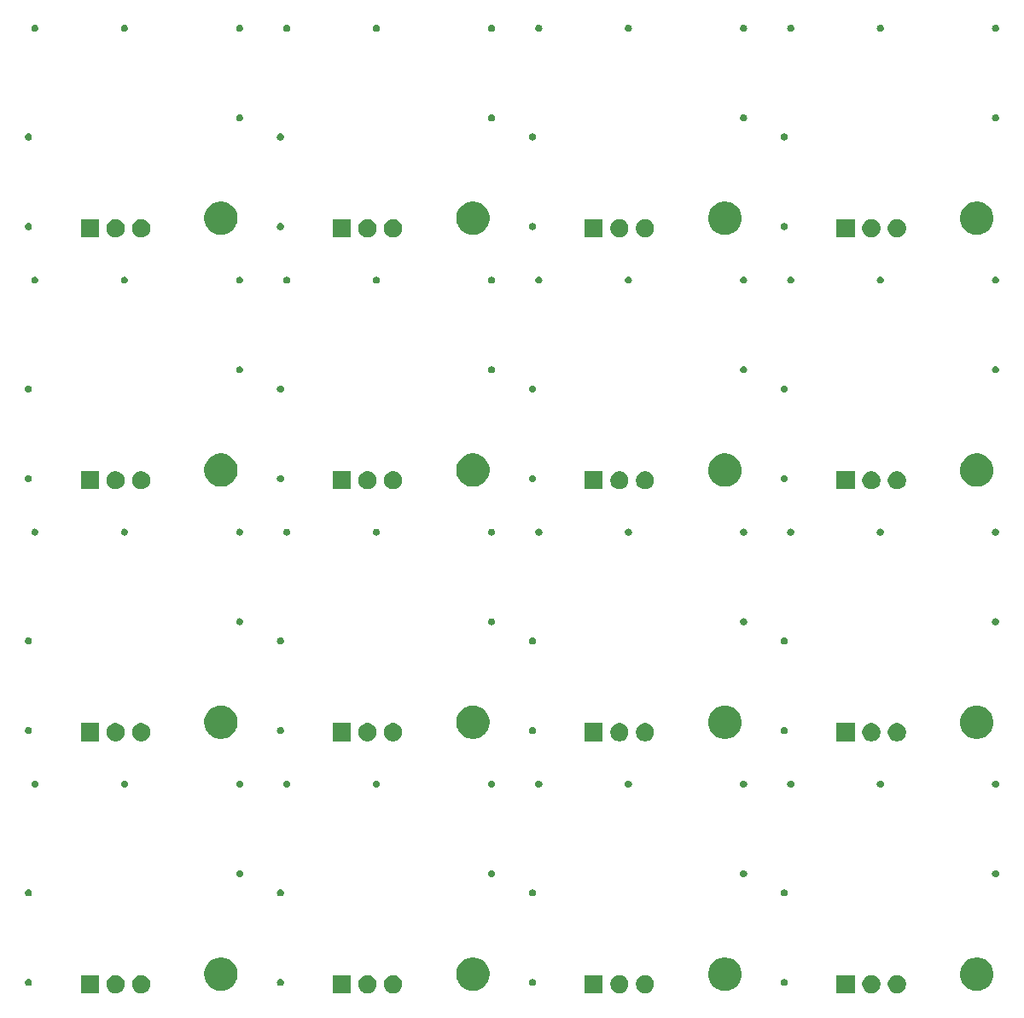
<source format=gbs>
G04 #@! TF.GenerationSoftware,KiCad,Pcbnew,(5.1.5)-3*
G04 #@! TF.CreationDate,2021-06-18T08:17:25+09:00*
G04 #@! TF.ProjectId,Ltika,4c74696b-612e-46b6-9963-61645f706362,2*
G04 #@! TF.SameCoordinates,PX43d3480PY8c7ecc0*
G04 #@! TF.FileFunction,Soldermask,Bot*
G04 #@! TF.FilePolarity,Negative*
%FSLAX46Y46*%
G04 Gerber Fmt 4.6, Leading zero omitted, Abs format (unit mm)*
G04 Created by KiCad (PCBNEW (5.1.5)-3) date 2021-06-18 08:17:25*
%MOMM*%
%LPD*%
G04 APERTURE LIST*
%ADD10C,0.100000*%
G04 APERTURE END LIST*
D10*
G36*
X58901000Y2099000D02*
G01*
X57099000Y2099000D01*
X57099000Y3901000D01*
X58901000Y3901000D01*
X58901000Y2099000D01*
G37*
G36*
X10653512Y3896073D02*
G01*
X10802812Y3866376D01*
X10966784Y3798456D01*
X11114354Y3699853D01*
X11239853Y3574354D01*
X11338456Y3426784D01*
X11406376Y3262812D01*
X11441000Y3088741D01*
X11441000Y2911259D01*
X11406376Y2737188D01*
X11338456Y2573216D01*
X11239853Y2425646D01*
X11114354Y2300147D01*
X10966784Y2201544D01*
X10802812Y2133624D01*
X10653512Y2103927D01*
X10628742Y2099000D01*
X10451258Y2099000D01*
X10426488Y2103927D01*
X10277188Y2133624D01*
X10113216Y2201544D01*
X9965646Y2300147D01*
X9840147Y2425646D01*
X9741544Y2573216D01*
X9673624Y2737188D01*
X9639000Y2911259D01*
X9639000Y3088741D01*
X9673624Y3262812D01*
X9741544Y3426784D01*
X9840147Y3574354D01*
X9965646Y3699853D01*
X10113216Y3798456D01*
X10277188Y3866376D01*
X10426488Y3896073D01*
X10451258Y3901000D01*
X10628742Y3901000D01*
X10653512Y3896073D01*
G37*
G36*
X13193512Y3896073D02*
G01*
X13342812Y3866376D01*
X13506784Y3798456D01*
X13654354Y3699853D01*
X13779853Y3574354D01*
X13878456Y3426784D01*
X13946376Y3262812D01*
X13981000Y3088741D01*
X13981000Y2911259D01*
X13946376Y2737188D01*
X13878456Y2573216D01*
X13779853Y2425646D01*
X13654354Y2300147D01*
X13506784Y2201544D01*
X13342812Y2133624D01*
X13193512Y2103927D01*
X13168742Y2099000D01*
X12991258Y2099000D01*
X12966488Y2103927D01*
X12817188Y2133624D01*
X12653216Y2201544D01*
X12505646Y2300147D01*
X12380147Y2425646D01*
X12281544Y2573216D01*
X12213624Y2737188D01*
X12179000Y2911259D01*
X12179000Y3088741D01*
X12213624Y3262812D01*
X12281544Y3426784D01*
X12380147Y3574354D01*
X12505646Y3699853D01*
X12653216Y3798456D01*
X12817188Y3866376D01*
X12966488Y3896073D01*
X12991258Y3901000D01*
X13168742Y3901000D01*
X13193512Y3896073D01*
G37*
G36*
X8901000Y2099000D02*
G01*
X7099000Y2099000D01*
X7099000Y3901000D01*
X8901000Y3901000D01*
X8901000Y2099000D01*
G37*
G36*
X33901000Y2099000D02*
G01*
X32099000Y2099000D01*
X32099000Y3901000D01*
X33901000Y3901000D01*
X33901000Y2099000D01*
G37*
G36*
X35653512Y3896073D02*
G01*
X35802812Y3866376D01*
X35966784Y3798456D01*
X36114354Y3699853D01*
X36239853Y3574354D01*
X36338456Y3426784D01*
X36406376Y3262812D01*
X36441000Y3088741D01*
X36441000Y2911259D01*
X36406376Y2737188D01*
X36338456Y2573216D01*
X36239853Y2425646D01*
X36114354Y2300147D01*
X35966784Y2201544D01*
X35802812Y2133624D01*
X35653512Y2103927D01*
X35628742Y2099000D01*
X35451258Y2099000D01*
X35426488Y2103927D01*
X35277188Y2133624D01*
X35113216Y2201544D01*
X34965646Y2300147D01*
X34840147Y2425646D01*
X34741544Y2573216D01*
X34673624Y2737188D01*
X34639000Y2911259D01*
X34639000Y3088741D01*
X34673624Y3262812D01*
X34741544Y3426784D01*
X34840147Y3574354D01*
X34965646Y3699853D01*
X35113216Y3798456D01*
X35277188Y3866376D01*
X35426488Y3896073D01*
X35451258Y3901000D01*
X35628742Y3901000D01*
X35653512Y3896073D01*
G37*
G36*
X38193512Y3896073D02*
G01*
X38342812Y3866376D01*
X38506784Y3798456D01*
X38654354Y3699853D01*
X38779853Y3574354D01*
X38878456Y3426784D01*
X38946376Y3262812D01*
X38981000Y3088741D01*
X38981000Y2911259D01*
X38946376Y2737188D01*
X38878456Y2573216D01*
X38779853Y2425646D01*
X38654354Y2300147D01*
X38506784Y2201544D01*
X38342812Y2133624D01*
X38193512Y2103927D01*
X38168742Y2099000D01*
X37991258Y2099000D01*
X37966488Y2103927D01*
X37817188Y2133624D01*
X37653216Y2201544D01*
X37505646Y2300147D01*
X37380147Y2425646D01*
X37281544Y2573216D01*
X37213624Y2737188D01*
X37179000Y2911259D01*
X37179000Y3088741D01*
X37213624Y3262812D01*
X37281544Y3426784D01*
X37380147Y3574354D01*
X37505646Y3699853D01*
X37653216Y3798456D01*
X37817188Y3866376D01*
X37966488Y3896073D01*
X37991258Y3901000D01*
X38168742Y3901000D01*
X38193512Y3896073D01*
G37*
G36*
X88193512Y3896073D02*
G01*
X88342812Y3866376D01*
X88506784Y3798456D01*
X88654354Y3699853D01*
X88779853Y3574354D01*
X88878456Y3426784D01*
X88946376Y3262812D01*
X88981000Y3088741D01*
X88981000Y2911259D01*
X88946376Y2737188D01*
X88878456Y2573216D01*
X88779853Y2425646D01*
X88654354Y2300147D01*
X88506784Y2201544D01*
X88342812Y2133624D01*
X88193512Y2103927D01*
X88168742Y2099000D01*
X87991258Y2099000D01*
X87966488Y2103927D01*
X87817188Y2133624D01*
X87653216Y2201544D01*
X87505646Y2300147D01*
X87380147Y2425646D01*
X87281544Y2573216D01*
X87213624Y2737188D01*
X87179000Y2911259D01*
X87179000Y3088741D01*
X87213624Y3262812D01*
X87281544Y3426784D01*
X87380147Y3574354D01*
X87505646Y3699853D01*
X87653216Y3798456D01*
X87817188Y3866376D01*
X87966488Y3896073D01*
X87991258Y3901000D01*
X88168742Y3901000D01*
X88193512Y3896073D01*
G37*
G36*
X85653512Y3896073D02*
G01*
X85802812Y3866376D01*
X85966784Y3798456D01*
X86114354Y3699853D01*
X86239853Y3574354D01*
X86338456Y3426784D01*
X86406376Y3262812D01*
X86441000Y3088741D01*
X86441000Y2911259D01*
X86406376Y2737188D01*
X86338456Y2573216D01*
X86239853Y2425646D01*
X86114354Y2300147D01*
X85966784Y2201544D01*
X85802812Y2133624D01*
X85653512Y2103927D01*
X85628742Y2099000D01*
X85451258Y2099000D01*
X85426488Y2103927D01*
X85277188Y2133624D01*
X85113216Y2201544D01*
X84965646Y2300147D01*
X84840147Y2425646D01*
X84741544Y2573216D01*
X84673624Y2737188D01*
X84639000Y2911259D01*
X84639000Y3088741D01*
X84673624Y3262812D01*
X84741544Y3426784D01*
X84840147Y3574354D01*
X84965646Y3699853D01*
X85113216Y3798456D01*
X85277188Y3866376D01*
X85426488Y3896073D01*
X85451258Y3901000D01*
X85628742Y3901000D01*
X85653512Y3896073D01*
G37*
G36*
X83901000Y2099000D02*
G01*
X82099000Y2099000D01*
X82099000Y3901000D01*
X83901000Y3901000D01*
X83901000Y2099000D01*
G37*
G36*
X63193512Y3896073D02*
G01*
X63342812Y3866376D01*
X63506784Y3798456D01*
X63654354Y3699853D01*
X63779853Y3574354D01*
X63878456Y3426784D01*
X63946376Y3262812D01*
X63981000Y3088741D01*
X63981000Y2911259D01*
X63946376Y2737188D01*
X63878456Y2573216D01*
X63779853Y2425646D01*
X63654354Y2300147D01*
X63506784Y2201544D01*
X63342812Y2133624D01*
X63193512Y2103927D01*
X63168742Y2099000D01*
X62991258Y2099000D01*
X62966488Y2103927D01*
X62817188Y2133624D01*
X62653216Y2201544D01*
X62505646Y2300147D01*
X62380147Y2425646D01*
X62281544Y2573216D01*
X62213624Y2737188D01*
X62179000Y2911259D01*
X62179000Y3088741D01*
X62213624Y3262812D01*
X62281544Y3426784D01*
X62380147Y3574354D01*
X62505646Y3699853D01*
X62653216Y3798456D01*
X62817188Y3866376D01*
X62966488Y3896073D01*
X62991258Y3901000D01*
X63168742Y3901000D01*
X63193512Y3896073D01*
G37*
G36*
X60653512Y3896073D02*
G01*
X60802812Y3866376D01*
X60966784Y3798456D01*
X61114354Y3699853D01*
X61239853Y3574354D01*
X61338456Y3426784D01*
X61406376Y3262812D01*
X61441000Y3088741D01*
X61441000Y2911259D01*
X61406376Y2737188D01*
X61338456Y2573216D01*
X61239853Y2425646D01*
X61114354Y2300147D01*
X60966784Y2201544D01*
X60802812Y2133624D01*
X60653512Y2103927D01*
X60628742Y2099000D01*
X60451258Y2099000D01*
X60426488Y2103927D01*
X60277188Y2133624D01*
X60113216Y2201544D01*
X59965646Y2300147D01*
X59840147Y2425646D01*
X59741544Y2573216D01*
X59673624Y2737188D01*
X59639000Y2911259D01*
X59639000Y3088741D01*
X59673624Y3262812D01*
X59741544Y3426784D01*
X59840147Y3574354D01*
X59965646Y3699853D01*
X60113216Y3798456D01*
X60277188Y3866376D01*
X60426488Y3896073D01*
X60451258Y3901000D01*
X60628742Y3901000D01*
X60653512Y3896073D01*
G37*
G36*
X71375256Y5608702D02*
G01*
X71481579Y5587553D01*
X71782042Y5463097D01*
X72052451Y5282415D01*
X72282415Y5052451D01*
X72282416Y5052449D01*
X72463098Y4782040D01*
X72587553Y4481578D01*
X72651000Y4162611D01*
X72651000Y3837389D01*
X72623642Y3699853D01*
X72587553Y3518421D01*
X72549595Y3426782D01*
X72487713Y3277385D01*
X72463097Y3217958D01*
X72282415Y2947549D01*
X72052451Y2717585D01*
X71782042Y2536903D01*
X71481579Y2412447D01*
X71375256Y2391298D01*
X71162611Y2349000D01*
X70837389Y2349000D01*
X70624744Y2391298D01*
X70518421Y2412447D01*
X70217958Y2536903D01*
X69947549Y2717585D01*
X69717585Y2947549D01*
X69536903Y3217958D01*
X69512288Y3277385D01*
X69450405Y3426782D01*
X69412447Y3518421D01*
X69376358Y3699853D01*
X69349000Y3837389D01*
X69349000Y4162611D01*
X69412447Y4481578D01*
X69536902Y4782040D01*
X69717584Y5052449D01*
X69717585Y5052451D01*
X69947549Y5282415D01*
X70217958Y5463097D01*
X70518421Y5587553D01*
X70624744Y5608702D01*
X70837389Y5651000D01*
X71162611Y5651000D01*
X71375256Y5608702D01*
G37*
G36*
X21375256Y5608702D02*
G01*
X21481579Y5587553D01*
X21782042Y5463097D01*
X22052451Y5282415D01*
X22282415Y5052451D01*
X22282416Y5052449D01*
X22463098Y4782040D01*
X22587553Y4481578D01*
X22651000Y4162611D01*
X22651000Y3837389D01*
X22623642Y3699853D01*
X22587553Y3518421D01*
X22549595Y3426782D01*
X22487713Y3277385D01*
X22463097Y3217958D01*
X22282415Y2947549D01*
X22052451Y2717585D01*
X21782042Y2536903D01*
X21481579Y2412447D01*
X21375256Y2391298D01*
X21162611Y2349000D01*
X20837389Y2349000D01*
X20624744Y2391298D01*
X20518421Y2412447D01*
X20217958Y2536903D01*
X19947549Y2717585D01*
X19717585Y2947549D01*
X19536903Y3217958D01*
X19512288Y3277385D01*
X19450405Y3426782D01*
X19412447Y3518421D01*
X19376358Y3699853D01*
X19349000Y3837389D01*
X19349000Y4162611D01*
X19412447Y4481578D01*
X19536902Y4782040D01*
X19717584Y5052449D01*
X19717585Y5052451D01*
X19947549Y5282415D01*
X20217958Y5463097D01*
X20518421Y5587553D01*
X20624744Y5608702D01*
X20837389Y5651000D01*
X21162611Y5651000D01*
X21375256Y5608702D01*
G37*
G36*
X46375256Y5608702D02*
G01*
X46481579Y5587553D01*
X46782042Y5463097D01*
X47052451Y5282415D01*
X47282415Y5052451D01*
X47282416Y5052449D01*
X47463098Y4782040D01*
X47587553Y4481578D01*
X47651000Y4162611D01*
X47651000Y3837389D01*
X47623642Y3699853D01*
X47587553Y3518421D01*
X47549595Y3426782D01*
X47487713Y3277385D01*
X47463097Y3217958D01*
X47282415Y2947549D01*
X47052451Y2717585D01*
X46782042Y2536903D01*
X46481579Y2412447D01*
X46375256Y2391298D01*
X46162611Y2349000D01*
X45837389Y2349000D01*
X45624744Y2391298D01*
X45518421Y2412447D01*
X45217958Y2536903D01*
X44947549Y2717585D01*
X44717585Y2947549D01*
X44536903Y3217958D01*
X44512288Y3277385D01*
X44450405Y3426782D01*
X44412447Y3518421D01*
X44376358Y3699853D01*
X44349000Y3837389D01*
X44349000Y4162611D01*
X44412447Y4481578D01*
X44536902Y4782040D01*
X44717584Y5052449D01*
X44717585Y5052451D01*
X44947549Y5282415D01*
X45217958Y5463097D01*
X45518421Y5587553D01*
X45624744Y5608702D01*
X45837389Y5651000D01*
X46162611Y5651000D01*
X46375256Y5608702D01*
G37*
G36*
X96375256Y5608702D02*
G01*
X96481579Y5587553D01*
X96782042Y5463097D01*
X97052451Y5282415D01*
X97282415Y5052451D01*
X97282416Y5052449D01*
X97463098Y4782040D01*
X97587553Y4481578D01*
X97651000Y4162611D01*
X97651000Y3837389D01*
X97623642Y3699853D01*
X97587553Y3518421D01*
X97549595Y3426782D01*
X97487713Y3277385D01*
X97463097Y3217958D01*
X97282415Y2947549D01*
X97052451Y2717585D01*
X96782042Y2536903D01*
X96481579Y2412447D01*
X96375256Y2391298D01*
X96162611Y2349000D01*
X95837389Y2349000D01*
X95624744Y2391298D01*
X95518421Y2412447D01*
X95217958Y2536903D01*
X94947549Y2717585D01*
X94717585Y2947549D01*
X94536903Y3217958D01*
X94512288Y3277385D01*
X94450405Y3426782D01*
X94412447Y3518421D01*
X94376358Y3699853D01*
X94349000Y3837389D01*
X94349000Y4162611D01*
X94412447Y4481578D01*
X94536902Y4782040D01*
X94717584Y5052449D01*
X94717585Y5052451D01*
X94947549Y5282415D01*
X95217958Y5463097D01*
X95518421Y5587553D01*
X95624744Y5608702D01*
X95837389Y5651000D01*
X96162611Y5651000D01*
X96375256Y5608702D01*
G37*
G36*
X52007383Y3512511D02*
G01*
X52007386Y3512510D01*
X52007385Y3512510D01*
X52071258Y3486054D01*
X52128748Y3447640D01*
X52177640Y3398748D01*
X52216054Y3341258D01*
X52237624Y3289182D01*
X52242511Y3277383D01*
X52256000Y3209570D01*
X52256000Y3140430D01*
X52242511Y3072617D01*
X52242510Y3072615D01*
X52216054Y3008742D01*
X52177640Y2951252D01*
X52128748Y2902360D01*
X52071258Y2863946D01*
X52019182Y2842376D01*
X52007383Y2837489D01*
X51939570Y2824000D01*
X51870430Y2824000D01*
X51802617Y2837489D01*
X51790818Y2842376D01*
X51738742Y2863946D01*
X51681252Y2902360D01*
X51632360Y2951252D01*
X51593946Y3008742D01*
X51567490Y3072615D01*
X51567489Y3072617D01*
X51554000Y3140430D01*
X51554000Y3209570D01*
X51567489Y3277383D01*
X51572376Y3289182D01*
X51593946Y3341258D01*
X51632360Y3398748D01*
X51681252Y3447640D01*
X51738742Y3486054D01*
X51802615Y3512510D01*
X51802614Y3512510D01*
X51802617Y3512511D01*
X51870430Y3526000D01*
X51939570Y3526000D01*
X52007383Y3512511D01*
G37*
G36*
X2007383Y3512511D02*
G01*
X2007386Y3512510D01*
X2007385Y3512510D01*
X2071258Y3486054D01*
X2128748Y3447640D01*
X2177640Y3398748D01*
X2216054Y3341258D01*
X2237624Y3289182D01*
X2242511Y3277383D01*
X2256000Y3209570D01*
X2256000Y3140430D01*
X2242511Y3072617D01*
X2242510Y3072615D01*
X2216054Y3008742D01*
X2177640Y2951252D01*
X2128748Y2902360D01*
X2071258Y2863946D01*
X2019182Y2842376D01*
X2007383Y2837489D01*
X1939570Y2824000D01*
X1870430Y2824000D01*
X1802617Y2837489D01*
X1790818Y2842376D01*
X1738742Y2863946D01*
X1681252Y2902360D01*
X1632360Y2951252D01*
X1593946Y3008742D01*
X1567490Y3072615D01*
X1567489Y3072617D01*
X1554000Y3140430D01*
X1554000Y3209570D01*
X1567489Y3277383D01*
X1572376Y3289182D01*
X1593946Y3341258D01*
X1632360Y3398748D01*
X1681252Y3447640D01*
X1738742Y3486054D01*
X1802615Y3512510D01*
X1802614Y3512510D01*
X1802617Y3512511D01*
X1870430Y3526000D01*
X1939570Y3526000D01*
X2007383Y3512511D01*
G37*
G36*
X27007383Y3512511D02*
G01*
X27007386Y3512510D01*
X27007385Y3512510D01*
X27071258Y3486054D01*
X27128748Y3447640D01*
X27177640Y3398748D01*
X27216054Y3341258D01*
X27237624Y3289182D01*
X27242511Y3277383D01*
X27256000Y3209570D01*
X27256000Y3140430D01*
X27242511Y3072617D01*
X27242510Y3072615D01*
X27216054Y3008742D01*
X27177640Y2951252D01*
X27128748Y2902360D01*
X27071258Y2863946D01*
X27019182Y2842376D01*
X27007383Y2837489D01*
X26939570Y2824000D01*
X26870430Y2824000D01*
X26802617Y2837489D01*
X26790818Y2842376D01*
X26738742Y2863946D01*
X26681252Y2902360D01*
X26632360Y2951252D01*
X26593946Y3008742D01*
X26567490Y3072615D01*
X26567489Y3072617D01*
X26554000Y3140430D01*
X26554000Y3209570D01*
X26567489Y3277383D01*
X26572376Y3289182D01*
X26593946Y3341258D01*
X26632360Y3398748D01*
X26681252Y3447640D01*
X26738742Y3486054D01*
X26802615Y3512510D01*
X26802614Y3512510D01*
X26802617Y3512511D01*
X26870430Y3526000D01*
X26939570Y3526000D01*
X27007383Y3512511D01*
G37*
G36*
X77007383Y3512511D02*
G01*
X77007386Y3512510D01*
X77007385Y3512510D01*
X77071258Y3486054D01*
X77128748Y3447640D01*
X77177640Y3398748D01*
X77216054Y3341258D01*
X77237624Y3289182D01*
X77242511Y3277383D01*
X77256000Y3209570D01*
X77256000Y3140430D01*
X77242511Y3072617D01*
X77242510Y3072615D01*
X77216054Y3008742D01*
X77177640Y2951252D01*
X77128748Y2902360D01*
X77071258Y2863946D01*
X77019182Y2842376D01*
X77007383Y2837489D01*
X76939570Y2824000D01*
X76870430Y2824000D01*
X76802617Y2837489D01*
X76790818Y2842376D01*
X76738742Y2863946D01*
X76681252Y2902360D01*
X76632360Y2951252D01*
X76593946Y3008742D01*
X76567490Y3072615D01*
X76567489Y3072617D01*
X76554000Y3140430D01*
X76554000Y3209570D01*
X76567489Y3277383D01*
X76572376Y3289182D01*
X76593946Y3341258D01*
X76632360Y3398748D01*
X76681252Y3447640D01*
X76738742Y3486054D01*
X76802615Y3512510D01*
X76802614Y3512510D01*
X76802617Y3512511D01*
X76870430Y3526000D01*
X76939570Y3526000D01*
X77007383Y3512511D01*
G37*
G36*
X77007383Y12402511D02*
G01*
X77007386Y12402510D01*
X77007385Y12402510D01*
X77071258Y12376054D01*
X77128748Y12337640D01*
X77177640Y12288748D01*
X77216054Y12231258D01*
X77237624Y12179182D01*
X77242511Y12167383D01*
X77256000Y12099570D01*
X77256000Y12030430D01*
X77242511Y11962617D01*
X77242510Y11962615D01*
X77216054Y11898742D01*
X77177640Y11841252D01*
X77128748Y11792360D01*
X77071258Y11753946D01*
X77019182Y11732376D01*
X77007383Y11727489D01*
X76939570Y11714000D01*
X76870430Y11714000D01*
X76802617Y11727489D01*
X76790818Y11732376D01*
X76738742Y11753946D01*
X76681252Y11792360D01*
X76632360Y11841252D01*
X76593946Y11898742D01*
X76567490Y11962615D01*
X76567489Y11962617D01*
X76554000Y12030430D01*
X76554000Y12099570D01*
X76567489Y12167383D01*
X76572376Y12179182D01*
X76593946Y12231258D01*
X76632360Y12288748D01*
X76681252Y12337640D01*
X76738742Y12376054D01*
X76802615Y12402510D01*
X76802614Y12402510D01*
X76802617Y12402511D01*
X76870430Y12416000D01*
X76939570Y12416000D01*
X77007383Y12402511D01*
G37*
G36*
X2007383Y12402511D02*
G01*
X2007386Y12402510D01*
X2007385Y12402510D01*
X2071258Y12376054D01*
X2128748Y12337640D01*
X2177640Y12288748D01*
X2216054Y12231258D01*
X2237624Y12179182D01*
X2242511Y12167383D01*
X2256000Y12099570D01*
X2256000Y12030430D01*
X2242511Y11962617D01*
X2242510Y11962615D01*
X2216054Y11898742D01*
X2177640Y11841252D01*
X2128748Y11792360D01*
X2071258Y11753946D01*
X2019182Y11732376D01*
X2007383Y11727489D01*
X1939570Y11714000D01*
X1870430Y11714000D01*
X1802617Y11727489D01*
X1790818Y11732376D01*
X1738742Y11753946D01*
X1681252Y11792360D01*
X1632360Y11841252D01*
X1593946Y11898742D01*
X1567490Y11962615D01*
X1567489Y11962617D01*
X1554000Y12030430D01*
X1554000Y12099570D01*
X1567489Y12167383D01*
X1572376Y12179182D01*
X1593946Y12231258D01*
X1632360Y12288748D01*
X1681252Y12337640D01*
X1738742Y12376054D01*
X1802615Y12402510D01*
X1802614Y12402510D01*
X1802617Y12402511D01*
X1870430Y12416000D01*
X1939570Y12416000D01*
X2007383Y12402511D01*
G37*
G36*
X27007383Y12402511D02*
G01*
X27007386Y12402510D01*
X27007385Y12402510D01*
X27071258Y12376054D01*
X27128748Y12337640D01*
X27177640Y12288748D01*
X27216054Y12231258D01*
X27237624Y12179182D01*
X27242511Y12167383D01*
X27256000Y12099570D01*
X27256000Y12030430D01*
X27242511Y11962617D01*
X27242510Y11962615D01*
X27216054Y11898742D01*
X27177640Y11841252D01*
X27128748Y11792360D01*
X27071258Y11753946D01*
X27019182Y11732376D01*
X27007383Y11727489D01*
X26939570Y11714000D01*
X26870430Y11714000D01*
X26802617Y11727489D01*
X26790818Y11732376D01*
X26738742Y11753946D01*
X26681252Y11792360D01*
X26632360Y11841252D01*
X26593946Y11898742D01*
X26567490Y11962615D01*
X26567489Y11962617D01*
X26554000Y12030430D01*
X26554000Y12099570D01*
X26567489Y12167383D01*
X26572376Y12179182D01*
X26593946Y12231258D01*
X26632360Y12288748D01*
X26681252Y12337640D01*
X26738742Y12376054D01*
X26802615Y12402510D01*
X26802614Y12402510D01*
X26802617Y12402511D01*
X26870430Y12416000D01*
X26939570Y12416000D01*
X27007383Y12402511D01*
G37*
G36*
X52007383Y12402511D02*
G01*
X52007386Y12402510D01*
X52007385Y12402510D01*
X52071258Y12376054D01*
X52128748Y12337640D01*
X52177640Y12288748D01*
X52216054Y12231258D01*
X52237624Y12179182D01*
X52242511Y12167383D01*
X52256000Y12099570D01*
X52256000Y12030430D01*
X52242511Y11962617D01*
X52242510Y11962615D01*
X52216054Y11898742D01*
X52177640Y11841252D01*
X52128748Y11792360D01*
X52071258Y11753946D01*
X52019182Y11732376D01*
X52007383Y11727489D01*
X51939570Y11714000D01*
X51870430Y11714000D01*
X51802617Y11727489D01*
X51790818Y11732376D01*
X51738742Y11753946D01*
X51681252Y11792360D01*
X51632360Y11841252D01*
X51593946Y11898742D01*
X51567490Y11962615D01*
X51567489Y11962617D01*
X51554000Y12030430D01*
X51554000Y12099570D01*
X51567489Y12167383D01*
X51572376Y12179182D01*
X51593946Y12231258D01*
X51632360Y12288748D01*
X51681252Y12337640D01*
X51738742Y12376054D01*
X51802615Y12402510D01*
X51802614Y12402510D01*
X51802617Y12402511D01*
X51870430Y12416000D01*
X51939570Y12416000D01*
X52007383Y12402511D01*
G37*
G36*
X72962383Y14307511D02*
G01*
X72962386Y14307510D01*
X72962385Y14307510D01*
X73026258Y14281054D01*
X73083748Y14242640D01*
X73132640Y14193748D01*
X73171054Y14136258D01*
X73192624Y14084182D01*
X73197511Y14072383D01*
X73211000Y14004570D01*
X73211000Y13935430D01*
X73197511Y13867617D01*
X73197510Y13867615D01*
X73171054Y13803742D01*
X73132640Y13746252D01*
X73083748Y13697360D01*
X73026258Y13658946D01*
X72974182Y13637376D01*
X72962383Y13632489D01*
X72894570Y13619000D01*
X72825430Y13619000D01*
X72757617Y13632489D01*
X72745818Y13637376D01*
X72693742Y13658946D01*
X72636252Y13697360D01*
X72587360Y13746252D01*
X72548946Y13803742D01*
X72522490Y13867615D01*
X72522489Y13867617D01*
X72509000Y13935430D01*
X72509000Y14004570D01*
X72522489Y14072383D01*
X72527376Y14084182D01*
X72548946Y14136258D01*
X72587360Y14193748D01*
X72636252Y14242640D01*
X72693742Y14281054D01*
X72757615Y14307510D01*
X72757614Y14307510D01*
X72757617Y14307511D01*
X72825430Y14321000D01*
X72894570Y14321000D01*
X72962383Y14307511D01*
G37*
G36*
X97962383Y14307511D02*
G01*
X97962386Y14307510D01*
X97962385Y14307510D01*
X98026258Y14281054D01*
X98083748Y14242640D01*
X98132640Y14193748D01*
X98171054Y14136258D01*
X98192624Y14084182D01*
X98197511Y14072383D01*
X98211000Y14004570D01*
X98211000Y13935430D01*
X98197511Y13867617D01*
X98197510Y13867615D01*
X98171054Y13803742D01*
X98132640Y13746252D01*
X98083748Y13697360D01*
X98026258Y13658946D01*
X97974182Y13637376D01*
X97962383Y13632489D01*
X97894570Y13619000D01*
X97825430Y13619000D01*
X97757617Y13632489D01*
X97745818Y13637376D01*
X97693742Y13658946D01*
X97636252Y13697360D01*
X97587360Y13746252D01*
X97548946Y13803742D01*
X97522490Y13867615D01*
X97522489Y13867617D01*
X97509000Y13935430D01*
X97509000Y14004570D01*
X97522489Y14072383D01*
X97527376Y14084182D01*
X97548946Y14136258D01*
X97587360Y14193748D01*
X97636252Y14242640D01*
X97693742Y14281054D01*
X97757615Y14307510D01*
X97757614Y14307510D01*
X97757617Y14307511D01*
X97825430Y14321000D01*
X97894570Y14321000D01*
X97962383Y14307511D01*
G37*
G36*
X47962383Y14307511D02*
G01*
X47962386Y14307510D01*
X47962385Y14307510D01*
X48026258Y14281054D01*
X48083748Y14242640D01*
X48132640Y14193748D01*
X48171054Y14136258D01*
X48192624Y14084182D01*
X48197511Y14072383D01*
X48211000Y14004570D01*
X48211000Y13935430D01*
X48197511Y13867617D01*
X48197510Y13867615D01*
X48171054Y13803742D01*
X48132640Y13746252D01*
X48083748Y13697360D01*
X48026258Y13658946D01*
X47974182Y13637376D01*
X47962383Y13632489D01*
X47894570Y13619000D01*
X47825430Y13619000D01*
X47757617Y13632489D01*
X47745818Y13637376D01*
X47693742Y13658946D01*
X47636252Y13697360D01*
X47587360Y13746252D01*
X47548946Y13803742D01*
X47522490Y13867615D01*
X47522489Y13867617D01*
X47509000Y13935430D01*
X47509000Y14004570D01*
X47522489Y14072383D01*
X47527376Y14084182D01*
X47548946Y14136258D01*
X47587360Y14193748D01*
X47636252Y14242640D01*
X47693742Y14281054D01*
X47757615Y14307510D01*
X47757614Y14307510D01*
X47757617Y14307511D01*
X47825430Y14321000D01*
X47894570Y14321000D01*
X47962383Y14307511D01*
G37*
G36*
X22962383Y14307511D02*
G01*
X22962386Y14307510D01*
X22962385Y14307510D01*
X23026258Y14281054D01*
X23083748Y14242640D01*
X23132640Y14193748D01*
X23171054Y14136258D01*
X23192624Y14084182D01*
X23197511Y14072383D01*
X23211000Y14004570D01*
X23211000Y13935430D01*
X23197511Y13867617D01*
X23197510Y13867615D01*
X23171054Y13803742D01*
X23132640Y13746252D01*
X23083748Y13697360D01*
X23026258Y13658946D01*
X22974182Y13637376D01*
X22962383Y13632489D01*
X22894570Y13619000D01*
X22825430Y13619000D01*
X22757617Y13632489D01*
X22745818Y13637376D01*
X22693742Y13658946D01*
X22636252Y13697360D01*
X22587360Y13746252D01*
X22548946Y13803742D01*
X22522490Y13867615D01*
X22522489Y13867617D01*
X22509000Y13935430D01*
X22509000Y14004570D01*
X22522489Y14072383D01*
X22527376Y14084182D01*
X22548946Y14136258D01*
X22587360Y14193748D01*
X22636252Y14242640D01*
X22693742Y14281054D01*
X22757615Y14307510D01*
X22757614Y14307510D01*
X22757617Y14307511D01*
X22825430Y14321000D01*
X22894570Y14321000D01*
X22962383Y14307511D01*
G37*
G36*
X72962383Y23197511D02*
G01*
X72962386Y23197510D01*
X72962385Y23197510D01*
X73026258Y23171054D01*
X73083748Y23132640D01*
X73132640Y23083748D01*
X73171054Y23026258D01*
X73192624Y22974182D01*
X73197511Y22962383D01*
X73211000Y22894570D01*
X73211000Y22825430D01*
X73197511Y22757617D01*
X73197510Y22757615D01*
X73171054Y22693742D01*
X73132640Y22636252D01*
X73083748Y22587360D01*
X73026258Y22548946D01*
X72974182Y22527376D01*
X72962383Y22522489D01*
X72894570Y22509000D01*
X72825430Y22509000D01*
X72757617Y22522489D01*
X72745818Y22527376D01*
X72693742Y22548946D01*
X72636252Y22587360D01*
X72587360Y22636252D01*
X72548946Y22693742D01*
X72522490Y22757615D01*
X72522489Y22757617D01*
X72509000Y22825430D01*
X72509000Y22894570D01*
X72522489Y22962383D01*
X72527376Y22974182D01*
X72548946Y23026258D01*
X72587360Y23083748D01*
X72636252Y23132640D01*
X72693742Y23171054D01*
X72757615Y23197510D01*
X72757614Y23197510D01*
X72757617Y23197511D01*
X72825430Y23211000D01*
X72894570Y23211000D01*
X72962383Y23197511D01*
G37*
G36*
X47962383Y23197511D02*
G01*
X47962386Y23197510D01*
X47962385Y23197510D01*
X48026258Y23171054D01*
X48083748Y23132640D01*
X48132640Y23083748D01*
X48171054Y23026258D01*
X48192624Y22974182D01*
X48197511Y22962383D01*
X48211000Y22894570D01*
X48211000Y22825430D01*
X48197511Y22757617D01*
X48197510Y22757615D01*
X48171054Y22693742D01*
X48132640Y22636252D01*
X48083748Y22587360D01*
X48026258Y22548946D01*
X47974182Y22527376D01*
X47962383Y22522489D01*
X47894570Y22509000D01*
X47825430Y22509000D01*
X47757617Y22522489D01*
X47745818Y22527376D01*
X47693742Y22548946D01*
X47636252Y22587360D01*
X47587360Y22636252D01*
X47548946Y22693742D01*
X47522490Y22757615D01*
X47522489Y22757617D01*
X47509000Y22825430D01*
X47509000Y22894570D01*
X47522489Y22962383D01*
X47527376Y22974182D01*
X47548946Y23026258D01*
X47587360Y23083748D01*
X47636252Y23132640D01*
X47693742Y23171054D01*
X47757615Y23197510D01*
X47757614Y23197510D01*
X47757617Y23197511D01*
X47825430Y23211000D01*
X47894570Y23211000D01*
X47962383Y23197511D01*
G37*
G36*
X36532383Y23197511D02*
G01*
X36532386Y23197510D01*
X36532385Y23197510D01*
X36596258Y23171054D01*
X36653748Y23132640D01*
X36702640Y23083748D01*
X36741054Y23026258D01*
X36762624Y22974182D01*
X36767511Y22962383D01*
X36781000Y22894570D01*
X36781000Y22825430D01*
X36767511Y22757617D01*
X36767510Y22757615D01*
X36741054Y22693742D01*
X36702640Y22636252D01*
X36653748Y22587360D01*
X36596258Y22548946D01*
X36544182Y22527376D01*
X36532383Y22522489D01*
X36464570Y22509000D01*
X36395430Y22509000D01*
X36327617Y22522489D01*
X36315818Y22527376D01*
X36263742Y22548946D01*
X36206252Y22587360D01*
X36157360Y22636252D01*
X36118946Y22693742D01*
X36092490Y22757615D01*
X36092489Y22757617D01*
X36079000Y22825430D01*
X36079000Y22894570D01*
X36092489Y22962383D01*
X36097376Y22974182D01*
X36118946Y23026258D01*
X36157360Y23083748D01*
X36206252Y23132640D01*
X36263742Y23171054D01*
X36327615Y23197510D01*
X36327614Y23197510D01*
X36327617Y23197511D01*
X36395430Y23211000D01*
X36464570Y23211000D01*
X36532383Y23197511D01*
G37*
G36*
X22962383Y23197511D02*
G01*
X22962386Y23197510D01*
X22962385Y23197510D01*
X23026258Y23171054D01*
X23083748Y23132640D01*
X23132640Y23083748D01*
X23171054Y23026258D01*
X23192624Y22974182D01*
X23197511Y22962383D01*
X23211000Y22894570D01*
X23211000Y22825430D01*
X23197511Y22757617D01*
X23197510Y22757615D01*
X23171054Y22693742D01*
X23132640Y22636252D01*
X23083748Y22587360D01*
X23026258Y22548946D01*
X22974182Y22527376D01*
X22962383Y22522489D01*
X22894570Y22509000D01*
X22825430Y22509000D01*
X22757617Y22522489D01*
X22745818Y22527376D01*
X22693742Y22548946D01*
X22636252Y22587360D01*
X22587360Y22636252D01*
X22548946Y22693742D01*
X22522490Y22757615D01*
X22522489Y22757617D01*
X22509000Y22825430D01*
X22509000Y22894570D01*
X22522489Y22962383D01*
X22527376Y22974182D01*
X22548946Y23026258D01*
X22587360Y23083748D01*
X22636252Y23132640D01*
X22693742Y23171054D01*
X22757615Y23197510D01*
X22757614Y23197510D01*
X22757617Y23197511D01*
X22825430Y23211000D01*
X22894570Y23211000D01*
X22962383Y23197511D01*
G37*
G36*
X11532383Y23197511D02*
G01*
X11532386Y23197510D01*
X11532385Y23197510D01*
X11596258Y23171054D01*
X11653748Y23132640D01*
X11702640Y23083748D01*
X11741054Y23026258D01*
X11762624Y22974182D01*
X11767511Y22962383D01*
X11781000Y22894570D01*
X11781000Y22825430D01*
X11767511Y22757617D01*
X11767510Y22757615D01*
X11741054Y22693742D01*
X11702640Y22636252D01*
X11653748Y22587360D01*
X11596258Y22548946D01*
X11544182Y22527376D01*
X11532383Y22522489D01*
X11464570Y22509000D01*
X11395430Y22509000D01*
X11327617Y22522489D01*
X11315818Y22527376D01*
X11263742Y22548946D01*
X11206252Y22587360D01*
X11157360Y22636252D01*
X11118946Y22693742D01*
X11092490Y22757615D01*
X11092489Y22757617D01*
X11079000Y22825430D01*
X11079000Y22894570D01*
X11092489Y22962383D01*
X11097376Y22974182D01*
X11118946Y23026258D01*
X11157360Y23083748D01*
X11206252Y23132640D01*
X11263742Y23171054D01*
X11327615Y23197510D01*
X11327614Y23197510D01*
X11327617Y23197511D01*
X11395430Y23211000D01*
X11464570Y23211000D01*
X11532383Y23197511D01*
G37*
G36*
X52642383Y23197511D02*
G01*
X52642386Y23197510D01*
X52642385Y23197510D01*
X52706258Y23171054D01*
X52763748Y23132640D01*
X52812640Y23083748D01*
X52851054Y23026258D01*
X52872624Y22974182D01*
X52877511Y22962383D01*
X52891000Y22894570D01*
X52891000Y22825430D01*
X52877511Y22757617D01*
X52877510Y22757615D01*
X52851054Y22693742D01*
X52812640Y22636252D01*
X52763748Y22587360D01*
X52706258Y22548946D01*
X52654182Y22527376D01*
X52642383Y22522489D01*
X52574570Y22509000D01*
X52505430Y22509000D01*
X52437617Y22522489D01*
X52425818Y22527376D01*
X52373742Y22548946D01*
X52316252Y22587360D01*
X52267360Y22636252D01*
X52228946Y22693742D01*
X52202490Y22757615D01*
X52202489Y22757617D01*
X52189000Y22825430D01*
X52189000Y22894570D01*
X52202489Y22962383D01*
X52207376Y22974182D01*
X52228946Y23026258D01*
X52267360Y23083748D01*
X52316252Y23132640D01*
X52373742Y23171054D01*
X52437615Y23197510D01*
X52437614Y23197510D01*
X52437617Y23197511D01*
X52505430Y23211000D01*
X52574570Y23211000D01*
X52642383Y23197511D01*
G37*
G36*
X2642383Y23197511D02*
G01*
X2642386Y23197510D01*
X2642385Y23197510D01*
X2706258Y23171054D01*
X2763748Y23132640D01*
X2812640Y23083748D01*
X2851054Y23026258D01*
X2872624Y22974182D01*
X2877511Y22962383D01*
X2891000Y22894570D01*
X2891000Y22825430D01*
X2877511Y22757617D01*
X2877510Y22757615D01*
X2851054Y22693742D01*
X2812640Y22636252D01*
X2763748Y22587360D01*
X2706258Y22548946D01*
X2654182Y22527376D01*
X2642383Y22522489D01*
X2574570Y22509000D01*
X2505430Y22509000D01*
X2437617Y22522489D01*
X2425818Y22527376D01*
X2373742Y22548946D01*
X2316252Y22587360D01*
X2267360Y22636252D01*
X2228946Y22693742D01*
X2202490Y22757615D01*
X2202489Y22757617D01*
X2189000Y22825430D01*
X2189000Y22894570D01*
X2202489Y22962383D01*
X2207376Y22974182D01*
X2228946Y23026258D01*
X2267360Y23083748D01*
X2316252Y23132640D01*
X2373742Y23171054D01*
X2437615Y23197510D01*
X2437614Y23197510D01*
X2437617Y23197511D01*
X2505430Y23211000D01*
X2574570Y23211000D01*
X2642383Y23197511D01*
G37*
G36*
X27642383Y23197511D02*
G01*
X27642386Y23197510D01*
X27642385Y23197510D01*
X27706258Y23171054D01*
X27763748Y23132640D01*
X27812640Y23083748D01*
X27851054Y23026258D01*
X27872624Y22974182D01*
X27877511Y22962383D01*
X27891000Y22894570D01*
X27891000Y22825430D01*
X27877511Y22757617D01*
X27877510Y22757615D01*
X27851054Y22693742D01*
X27812640Y22636252D01*
X27763748Y22587360D01*
X27706258Y22548946D01*
X27654182Y22527376D01*
X27642383Y22522489D01*
X27574570Y22509000D01*
X27505430Y22509000D01*
X27437617Y22522489D01*
X27425818Y22527376D01*
X27373742Y22548946D01*
X27316252Y22587360D01*
X27267360Y22636252D01*
X27228946Y22693742D01*
X27202490Y22757615D01*
X27202489Y22757617D01*
X27189000Y22825430D01*
X27189000Y22894570D01*
X27202489Y22962383D01*
X27207376Y22974182D01*
X27228946Y23026258D01*
X27267360Y23083748D01*
X27316252Y23132640D01*
X27373742Y23171054D01*
X27437615Y23197510D01*
X27437614Y23197510D01*
X27437617Y23197511D01*
X27505430Y23211000D01*
X27574570Y23211000D01*
X27642383Y23197511D01*
G37*
G36*
X77642383Y23197511D02*
G01*
X77642386Y23197510D01*
X77642385Y23197510D01*
X77706258Y23171054D01*
X77763748Y23132640D01*
X77812640Y23083748D01*
X77851054Y23026258D01*
X77872624Y22974182D01*
X77877511Y22962383D01*
X77891000Y22894570D01*
X77891000Y22825430D01*
X77877511Y22757617D01*
X77877510Y22757615D01*
X77851054Y22693742D01*
X77812640Y22636252D01*
X77763748Y22587360D01*
X77706258Y22548946D01*
X77654182Y22527376D01*
X77642383Y22522489D01*
X77574570Y22509000D01*
X77505430Y22509000D01*
X77437617Y22522489D01*
X77425818Y22527376D01*
X77373742Y22548946D01*
X77316252Y22587360D01*
X77267360Y22636252D01*
X77228946Y22693742D01*
X77202490Y22757615D01*
X77202489Y22757617D01*
X77189000Y22825430D01*
X77189000Y22894570D01*
X77202489Y22962383D01*
X77207376Y22974182D01*
X77228946Y23026258D01*
X77267360Y23083748D01*
X77316252Y23132640D01*
X77373742Y23171054D01*
X77437615Y23197510D01*
X77437614Y23197510D01*
X77437617Y23197511D01*
X77505430Y23211000D01*
X77574570Y23211000D01*
X77642383Y23197511D01*
G37*
G36*
X86532383Y23197511D02*
G01*
X86532386Y23197510D01*
X86532385Y23197510D01*
X86596258Y23171054D01*
X86653748Y23132640D01*
X86702640Y23083748D01*
X86741054Y23026258D01*
X86762624Y22974182D01*
X86767511Y22962383D01*
X86781000Y22894570D01*
X86781000Y22825430D01*
X86767511Y22757617D01*
X86767510Y22757615D01*
X86741054Y22693742D01*
X86702640Y22636252D01*
X86653748Y22587360D01*
X86596258Y22548946D01*
X86544182Y22527376D01*
X86532383Y22522489D01*
X86464570Y22509000D01*
X86395430Y22509000D01*
X86327617Y22522489D01*
X86315818Y22527376D01*
X86263742Y22548946D01*
X86206252Y22587360D01*
X86157360Y22636252D01*
X86118946Y22693742D01*
X86092490Y22757615D01*
X86092489Y22757617D01*
X86079000Y22825430D01*
X86079000Y22894570D01*
X86092489Y22962383D01*
X86097376Y22974182D01*
X86118946Y23026258D01*
X86157360Y23083748D01*
X86206252Y23132640D01*
X86263742Y23171054D01*
X86327615Y23197510D01*
X86327614Y23197510D01*
X86327617Y23197511D01*
X86395430Y23211000D01*
X86464570Y23211000D01*
X86532383Y23197511D01*
G37*
G36*
X97962383Y23197511D02*
G01*
X97962386Y23197510D01*
X97962385Y23197510D01*
X98026258Y23171054D01*
X98083748Y23132640D01*
X98132640Y23083748D01*
X98171054Y23026258D01*
X98192624Y22974182D01*
X98197511Y22962383D01*
X98211000Y22894570D01*
X98211000Y22825430D01*
X98197511Y22757617D01*
X98197510Y22757615D01*
X98171054Y22693742D01*
X98132640Y22636252D01*
X98083748Y22587360D01*
X98026258Y22548946D01*
X97974182Y22527376D01*
X97962383Y22522489D01*
X97894570Y22509000D01*
X97825430Y22509000D01*
X97757617Y22522489D01*
X97745818Y22527376D01*
X97693742Y22548946D01*
X97636252Y22587360D01*
X97587360Y22636252D01*
X97548946Y22693742D01*
X97522490Y22757615D01*
X97522489Y22757617D01*
X97509000Y22825430D01*
X97509000Y22894570D01*
X97522489Y22962383D01*
X97527376Y22974182D01*
X97548946Y23026258D01*
X97587360Y23083748D01*
X97636252Y23132640D01*
X97693742Y23171054D01*
X97757615Y23197510D01*
X97757614Y23197510D01*
X97757617Y23197511D01*
X97825430Y23211000D01*
X97894570Y23211000D01*
X97962383Y23197511D01*
G37*
G36*
X61532383Y23197511D02*
G01*
X61532386Y23197510D01*
X61532385Y23197510D01*
X61596258Y23171054D01*
X61653748Y23132640D01*
X61702640Y23083748D01*
X61741054Y23026258D01*
X61762624Y22974182D01*
X61767511Y22962383D01*
X61781000Y22894570D01*
X61781000Y22825430D01*
X61767511Y22757617D01*
X61767510Y22757615D01*
X61741054Y22693742D01*
X61702640Y22636252D01*
X61653748Y22587360D01*
X61596258Y22548946D01*
X61544182Y22527376D01*
X61532383Y22522489D01*
X61464570Y22509000D01*
X61395430Y22509000D01*
X61327617Y22522489D01*
X61315818Y22527376D01*
X61263742Y22548946D01*
X61206252Y22587360D01*
X61157360Y22636252D01*
X61118946Y22693742D01*
X61092490Y22757615D01*
X61092489Y22757617D01*
X61079000Y22825430D01*
X61079000Y22894570D01*
X61092489Y22962383D01*
X61097376Y22974182D01*
X61118946Y23026258D01*
X61157360Y23083748D01*
X61206252Y23132640D01*
X61263742Y23171054D01*
X61327615Y23197510D01*
X61327614Y23197510D01*
X61327617Y23197511D01*
X61395430Y23211000D01*
X61464570Y23211000D01*
X61532383Y23197511D01*
G37*
G36*
X38193512Y28896073D02*
G01*
X38342812Y28866376D01*
X38506784Y28798456D01*
X38654354Y28699853D01*
X38779853Y28574354D01*
X38878456Y28426784D01*
X38946376Y28262812D01*
X38981000Y28088741D01*
X38981000Y27911259D01*
X38946376Y27737188D01*
X38878456Y27573216D01*
X38779853Y27425646D01*
X38654354Y27300147D01*
X38506784Y27201544D01*
X38342812Y27133624D01*
X38193512Y27103927D01*
X38168742Y27099000D01*
X37991258Y27099000D01*
X37966488Y27103927D01*
X37817188Y27133624D01*
X37653216Y27201544D01*
X37505646Y27300147D01*
X37380147Y27425646D01*
X37281544Y27573216D01*
X37213624Y27737188D01*
X37179000Y27911259D01*
X37179000Y28088741D01*
X37213624Y28262812D01*
X37281544Y28426784D01*
X37380147Y28574354D01*
X37505646Y28699853D01*
X37653216Y28798456D01*
X37817188Y28866376D01*
X37966488Y28896073D01*
X37991258Y28901000D01*
X38168742Y28901000D01*
X38193512Y28896073D01*
G37*
G36*
X33901000Y27099000D02*
G01*
X32099000Y27099000D01*
X32099000Y28901000D01*
X33901000Y28901000D01*
X33901000Y27099000D01*
G37*
G36*
X13193512Y28896073D02*
G01*
X13342812Y28866376D01*
X13506784Y28798456D01*
X13654354Y28699853D01*
X13779853Y28574354D01*
X13878456Y28426784D01*
X13946376Y28262812D01*
X13981000Y28088741D01*
X13981000Y27911259D01*
X13946376Y27737188D01*
X13878456Y27573216D01*
X13779853Y27425646D01*
X13654354Y27300147D01*
X13506784Y27201544D01*
X13342812Y27133624D01*
X13193512Y27103927D01*
X13168742Y27099000D01*
X12991258Y27099000D01*
X12966488Y27103927D01*
X12817188Y27133624D01*
X12653216Y27201544D01*
X12505646Y27300147D01*
X12380147Y27425646D01*
X12281544Y27573216D01*
X12213624Y27737188D01*
X12179000Y27911259D01*
X12179000Y28088741D01*
X12213624Y28262812D01*
X12281544Y28426784D01*
X12380147Y28574354D01*
X12505646Y28699853D01*
X12653216Y28798456D01*
X12817188Y28866376D01*
X12966488Y28896073D01*
X12991258Y28901000D01*
X13168742Y28901000D01*
X13193512Y28896073D01*
G37*
G36*
X10653512Y28896073D02*
G01*
X10802812Y28866376D01*
X10966784Y28798456D01*
X11114354Y28699853D01*
X11239853Y28574354D01*
X11338456Y28426784D01*
X11406376Y28262812D01*
X11441000Y28088741D01*
X11441000Y27911259D01*
X11406376Y27737188D01*
X11338456Y27573216D01*
X11239853Y27425646D01*
X11114354Y27300147D01*
X10966784Y27201544D01*
X10802812Y27133624D01*
X10653512Y27103927D01*
X10628742Y27099000D01*
X10451258Y27099000D01*
X10426488Y27103927D01*
X10277188Y27133624D01*
X10113216Y27201544D01*
X9965646Y27300147D01*
X9840147Y27425646D01*
X9741544Y27573216D01*
X9673624Y27737188D01*
X9639000Y27911259D01*
X9639000Y28088741D01*
X9673624Y28262812D01*
X9741544Y28426784D01*
X9840147Y28574354D01*
X9965646Y28699853D01*
X10113216Y28798456D01*
X10277188Y28866376D01*
X10426488Y28896073D01*
X10451258Y28901000D01*
X10628742Y28901000D01*
X10653512Y28896073D01*
G37*
G36*
X8901000Y27099000D02*
G01*
X7099000Y27099000D01*
X7099000Y28901000D01*
X8901000Y28901000D01*
X8901000Y27099000D01*
G37*
G36*
X83901000Y27099000D02*
G01*
X82099000Y27099000D01*
X82099000Y28901000D01*
X83901000Y28901000D01*
X83901000Y27099000D01*
G37*
G36*
X88193512Y28896073D02*
G01*
X88342812Y28866376D01*
X88506784Y28798456D01*
X88654354Y28699853D01*
X88779853Y28574354D01*
X88878456Y28426784D01*
X88946376Y28262812D01*
X88981000Y28088741D01*
X88981000Y27911259D01*
X88946376Y27737188D01*
X88878456Y27573216D01*
X88779853Y27425646D01*
X88654354Y27300147D01*
X88506784Y27201544D01*
X88342812Y27133624D01*
X88193512Y27103927D01*
X88168742Y27099000D01*
X87991258Y27099000D01*
X87966488Y27103927D01*
X87817188Y27133624D01*
X87653216Y27201544D01*
X87505646Y27300147D01*
X87380147Y27425646D01*
X87281544Y27573216D01*
X87213624Y27737188D01*
X87179000Y27911259D01*
X87179000Y28088741D01*
X87213624Y28262812D01*
X87281544Y28426784D01*
X87380147Y28574354D01*
X87505646Y28699853D01*
X87653216Y28798456D01*
X87817188Y28866376D01*
X87966488Y28896073D01*
X87991258Y28901000D01*
X88168742Y28901000D01*
X88193512Y28896073D01*
G37*
G36*
X35653512Y28896073D02*
G01*
X35802812Y28866376D01*
X35966784Y28798456D01*
X36114354Y28699853D01*
X36239853Y28574354D01*
X36338456Y28426784D01*
X36406376Y28262812D01*
X36441000Y28088741D01*
X36441000Y27911259D01*
X36406376Y27737188D01*
X36338456Y27573216D01*
X36239853Y27425646D01*
X36114354Y27300147D01*
X35966784Y27201544D01*
X35802812Y27133624D01*
X35653512Y27103927D01*
X35628742Y27099000D01*
X35451258Y27099000D01*
X35426488Y27103927D01*
X35277188Y27133624D01*
X35113216Y27201544D01*
X34965646Y27300147D01*
X34840147Y27425646D01*
X34741544Y27573216D01*
X34673624Y27737188D01*
X34639000Y27911259D01*
X34639000Y28088741D01*
X34673624Y28262812D01*
X34741544Y28426784D01*
X34840147Y28574354D01*
X34965646Y28699853D01*
X35113216Y28798456D01*
X35277188Y28866376D01*
X35426488Y28896073D01*
X35451258Y28901000D01*
X35628742Y28901000D01*
X35653512Y28896073D01*
G37*
G36*
X58901000Y27099000D02*
G01*
X57099000Y27099000D01*
X57099000Y28901000D01*
X58901000Y28901000D01*
X58901000Y27099000D01*
G37*
G36*
X63193512Y28896073D02*
G01*
X63342812Y28866376D01*
X63506784Y28798456D01*
X63654354Y28699853D01*
X63779853Y28574354D01*
X63878456Y28426784D01*
X63946376Y28262812D01*
X63981000Y28088741D01*
X63981000Y27911259D01*
X63946376Y27737188D01*
X63878456Y27573216D01*
X63779853Y27425646D01*
X63654354Y27300147D01*
X63506784Y27201544D01*
X63342812Y27133624D01*
X63193512Y27103927D01*
X63168742Y27099000D01*
X62991258Y27099000D01*
X62966488Y27103927D01*
X62817188Y27133624D01*
X62653216Y27201544D01*
X62505646Y27300147D01*
X62380147Y27425646D01*
X62281544Y27573216D01*
X62213624Y27737188D01*
X62179000Y27911259D01*
X62179000Y28088741D01*
X62213624Y28262812D01*
X62281544Y28426784D01*
X62380147Y28574354D01*
X62505646Y28699853D01*
X62653216Y28798456D01*
X62817188Y28866376D01*
X62966488Y28896073D01*
X62991258Y28901000D01*
X63168742Y28901000D01*
X63193512Y28896073D01*
G37*
G36*
X60653512Y28896073D02*
G01*
X60802812Y28866376D01*
X60966784Y28798456D01*
X61114354Y28699853D01*
X61239853Y28574354D01*
X61338456Y28426784D01*
X61406376Y28262812D01*
X61441000Y28088741D01*
X61441000Y27911259D01*
X61406376Y27737188D01*
X61338456Y27573216D01*
X61239853Y27425646D01*
X61114354Y27300147D01*
X60966784Y27201544D01*
X60802812Y27133624D01*
X60653512Y27103927D01*
X60628742Y27099000D01*
X60451258Y27099000D01*
X60426488Y27103927D01*
X60277188Y27133624D01*
X60113216Y27201544D01*
X59965646Y27300147D01*
X59840147Y27425646D01*
X59741544Y27573216D01*
X59673624Y27737188D01*
X59639000Y27911259D01*
X59639000Y28088741D01*
X59673624Y28262812D01*
X59741544Y28426784D01*
X59840147Y28574354D01*
X59965646Y28699853D01*
X60113216Y28798456D01*
X60277188Y28866376D01*
X60426488Y28896073D01*
X60451258Y28901000D01*
X60628742Y28901000D01*
X60653512Y28896073D01*
G37*
G36*
X85653512Y28896073D02*
G01*
X85802812Y28866376D01*
X85966784Y28798456D01*
X86114354Y28699853D01*
X86239853Y28574354D01*
X86338456Y28426784D01*
X86406376Y28262812D01*
X86441000Y28088741D01*
X86441000Y27911259D01*
X86406376Y27737188D01*
X86338456Y27573216D01*
X86239853Y27425646D01*
X86114354Y27300147D01*
X85966784Y27201544D01*
X85802812Y27133624D01*
X85653512Y27103927D01*
X85628742Y27099000D01*
X85451258Y27099000D01*
X85426488Y27103927D01*
X85277188Y27133624D01*
X85113216Y27201544D01*
X84965646Y27300147D01*
X84840147Y27425646D01*
X84741544Y27573216D01*
X84673624Y27737188D01*
X84639000Y27911259D01*
X84639000Y28088741D01*
X84673624Y28262812D01*
X84741544Y28426784D01*
X84840147Y28574354D01*
X84965646Y28699853D01*
X85113216Y28798456D01*
X85277188Y28866376D01*
X85426488Y28896073D01*
X85451258Y28901000D01*
X85628742Y28901000D01*
X85653512Y28896073D01*
G37*
G36*
X21375256Y30608702D02*
G01*
X21481579Y30587553D01*
X21782042Y30463097D01*
X22052451Y30282415D01*
X22282415Y30052451D01*
X22282416Y30052449D01*
X22463098Y29782040D01*
X22587553Y29481578D01*
X22651000Y29162611D01*
X22651000Y28837389D01*
X22623642Y28699853D01*
X22587553Y28518421D01*
X22549595Y28426782D01*
X22487713Y28277385D01*
X22463097Y28217958D01*
X22282415Y27947549D01*
X22052451Y27717585D01*
X21782042Y27536903D01*
X21481579Y27412447D01*
X21375256Y27391298D01*
X21162611Y27349000D01*
X20837389Y27349000D01*
X20624744Y27391298D01*
X20518421Y27412447D01*
X20217958Y27536903D01*
X19947549Y27717585D01*
X19717585Y27947549D01*
X19536903Y28217958D01*
X19512288Y28277385D01*
X19450405Y28426782D01*
X19412447Y28518421D01*
X19376358Y28699853D01*
X19349000Y28837389D01*
X19349000Y29162611D01*
X19412447Y29481578D01*
X19536902Y29782040D01*
X19717584Y30052449D01*
X19717585Y30052451D01*
X19947549Y30282415D01*
X20217958Y30463097D01*
X20518421Y30587553D01*
X20624744Y30608702D01*
X20837389Y30651000D01*
X21162611Y30651000D01*
X21375256Y30608702D01*
G37*
G36*
X46375256Y30608702D02*
G01*
X46481579Y30587553D01*
X46782042Y30463097D01*
X47052451Y30282415D01*
X47282415Y30052451D01*
X47282416Y30052449D01*
X47463098Y29782040D01*
X47587553Y29481578D01*
X47651000Y29162611D01*
X47651000Y28837389D01*
X47623642Y28699853D01*
X47587553Y28518421D01*
X47549595Y28426782D01*
X47487713Y28277385D01*
X47463097Y28217958D01*
X47282415Y27947549D01*
X47052451Y27717585D01*
X46782042Y27536903D01*
X46481579Y27412447D01*
X46375256Y27391298D01*
X46162611Y27349000D01*
X45837389Y27349000D01*
X45624744Y27391298D01*
X45518421Y27412447D01*
X45217958Y27536903D01*
X44947549Y27717585D01*
X44717585Y27947549D01*
X44536903Y28217958D01*
X44512288Y28277385D01*
X44450405Y28426782D01*
X44412447Y28518421D01*
X44376358Y28699853D01*
X44349000Y28837389D01*
X44349000Y29162611D01*
X44412447Y29481578D01*
X44536902Y29782040D01*
X44717584Y30052449D01*
X44717585Y30052451D01*
X44947549Y30282415D01*
X45217958Y30463097D01*
X45518421Y30587553D01*
X45624744Y30608702D01*
X45837389Y30651000D01*
X46162611Y30651000D01*
X46375256Y30608702D01*
G37*
G36*
X71375256Y30608702D02*
G01*
X71481579Y30587553D01*
X71782042Y30463097D01*
X72052451Y30282415D01*
X72282415Y30052451D01*
X72282416Y30052449D01*
X72463098Y29782040D01*
X72587553Y29481578D01*
X72651000Y29162611D01*
X72651000Y28837389D01*
X72623642Y28699853D01*
X72587553Y28518421D01*
X72549595Y28426782D01*
X72487713Y28277385D01*
X72463097Y28217958D01*
X72282415Y27947549D01*
X72052451Y27717585D01*
X71782042Y27536903D01*
X71481579Y27412447D01*
X71375256Y27391298D01*
X71162611Y27349000D01*
X70837389Y27349000D01*
X70624744Y27391298D01*
X70518421Y27412447D01*
X70217958Y27536903D01*
X69947549Y27717585D01*
X69717585Y27947549D01*
X69536903Y28217958D01*
X69512288Y28277385D01*
X69450405Y28426782D01*
X69412447Y28518421D01*
X69376358Y28699853D01*
X69349000Y28837389D01*
X69349000Y29162611D01*
X69412447Y29481578D01*
X69536902Y29782040D01*
X69717584Y30052449D01*
X69717585Y30052451D01*
X69947549Y30282415D01*
X70217958Y30463097D01*
X70518421Y30587553D01*
X70624744Y30608702D01*
X70837389Y30651000D01*
X71162611Y30651000D01*
X71375256Y30608702D01*
G37*
G36*
X96375256Y30608702D02*
G01*
X96481579Y30587553D01*
X96782042Y30463097D01*
X97052451Y30282415D01*
X97282415Y30052451D01*
X97282416Y30052449D01*
X97463098Y29782040D01*
X97587553Y29481578D01*
X97651000Y29162611D01*
X97651000Y28837389D01*
X97623642Y28699853D01*
X97587553Y28518421D01*
X97549595Y28426782D01*
X97487713Y28277385D01*
X97463097Y28217958D01*
X97282415Y27947549D01*
X97052451Y27717585D01*
X96782042Y27536903D01*
X96481579Y27412447D01*
X96375256Y27391298D01*
X96162611Y27349000D01*
X95837389Y27349000D01*
X95624744Y27391298D01*
X95518421Y27412447D01*
X95217958Y27536903D01*
X94947549Y27717585D01*
X94717585Y27947549D01*
X94536903Y28217958D01*
X94512288Y28277385D01*
X94450405Y28426782D01*
X94412447Y28518421D01*
X94376358Y28699853D01*
X94349000Y28837389D01*
X94349000Y29162611D01*
X94412447Y29481578D01*
X94536902Y29782040D01*
X94717584Y30052449D01*
X94717585Y30052451D01*
X94947549Y30282415D01*
X95217958Y30463097D01*
X95518421Y30587553D01*
X95624744Y30608702D01*
X95837389Y30651000D01*
X96162611Y30651000D01*
X96375256Y30608702D01*
G37*
G36*
X52007383Y28512511D02*
G01*
X52007386Y28512510D01*
X52007385Y28512510D01*
X52071258Y28486054D01*
X52128748Y28447640D01*
X52177640Y28398748D01*
X52216054Y28341258D01*
X52237624Y28289182D01*
X52242511Y28277383D01*
X52256000Y28209570D01*
X52256000Y28140430D01*
X52242511Y28072617D01*
X52242510Y28072615D01*
X52216054Y28008742D01*
X52177640Y27951252D01*
X52128748Y27902360D01*
X52071258Y27863946D01*
X52019182Y27842376D01*
X52007383Y27837489D01*
X51939570Y27824000D01*
X51870430Y27824000D01*
X51802617Y27837489D01*
X51790818Y27842376D01*
X51738742Y27863946D01*
X51681252Y27902360D01*
X51632360Y27951252D01*
X51593946Y28008742D01*
X51567490Y28072615D01*
X51567489Y28072617D01*
X51554000Y28140430D01*
X51554000Y28209570D01*
X51567489Y28277383D01*
X51572376Y28289182D01*
X51593946Y28341258D01*
X51632360Y28398748D01*
X51681252Y28447640D01*
X51738742Y28486054D01*
X51802615Y28512510D01*
X51802614Y28512510D01*
X51802617Y28512511D01*
X51870430Y28526000D01*
X51939570Y28526000D01*
X52007383Y28512511D01*
G37*
G36*
X27007383Y28512511D02*
G01*
X27007386Y28512510D01*
X27007385Y28512510D01*
X27071258Y28486054D01*
X27128748Y28447640D01*
X27177640Y28398748D01*
X27216054Y28341258D01*
X27237624Y28289182D01*
X27242511Y28277383D01*
X27256000Y28209570D01*
X27256000Y28140430D01*
X27242511Y28072617D01*
X27242510Y28072615D01*
X27216054Y28008742D01*
X27177640Y27951252D01*
X27128748Y27902360D01*
X27071258Y27863946D01*
X27019182Y27842376D01*
X27007383Y27837489D01*
X26939570Y27824000D01*
X26870430Y27824000D01*
X26802617Y27837489D01*
X26790818Y27842376D01*
X26738742Y27863946D01*
X26681252Y27902360D01*
X26632360Y27951252D01*
X26593946Y28008742D01*
X26567490Y28072615D01*
X26567489Y28072617D01*
X26554000Y28140430D01*
X26554000Y28209570D01*
X26567489Y28277383D01*
X26572376Y28289182D01*
X26593946Y28341258D01*
X26632360Y28398748D01*
X26681252Y28447640D01*
X26738742Y28486054D01*
X26802615Y28512510D01*
X26802614Y28512510D01*
X26802617Y28512511D01*
X26870430Y28526000D01*
X26939570Y28526000D01*
X27007383Y28512511D01*
G37*
G36*
X2007383Y28512511D02*
G01*
X2007386Y28512510D01*
X2007385Y28512510D01*
X2071258Y28486054D01*
X2128748Y28447640D01*
X2177640Y28398748D01*
X2216054Y28341258D01*
X2237624Y28289182D01*
X2242511Y28277383D01*
X2256000Y28209570D01*
X2256000Y28140430D01*
X2242511Y28072617D01*
X2242510Y28072615D01*
X2216054Y28008742D01*
X2177640Y27951252D01*
X2128748Y27902360D01*
X2071258Y27863946D01*
X2019182Y27842376D01*
X2007383Y27837489D01*
X1939570Y27824000D01*
X1870430Y27824000D01*
X1802617Y27837489D01*
X1790818Y27842376D01*
X1738742Y27863946D01*
X1681252Y27902360D01*
X1632360Y27951252D01*
X1593946Y28008742D01*
X1567490Y28072615D01*
X1567489Y28072617D01*
X1554000Y28140430D01*
X1554000Y28209570D01*
X1567489Y28277383D01*
X1572376Y28289182D01*
X1593946Y28341258D01*
X1632360Y28398748D01*
X1681252Y28447640D01*
X1738742Y28486054D01*
X1802615Y28512510D01*
X1802614Y28512510D01*
X1802617Y28512511D01*
X1870430Y28526000D01*
X1939570Y28526000D01*
X2007383Y28512511D01*
G37*
G36*
X77007383Y28512511D02*
G01*
X77007386Y28512510D01*
X77007385Y28512510D01*
X77071258Y28486054D01*
X77128748Y28447640D01*
X77177640Y28398748D01*
X77216054Y28341258D01*
X77237624Y28289182D01*
X77242511Y28277383D01*
X77256000Y28209570D01*
X77256000Y28140430D01*
X77242511Y28072617D01*
X77242510Y28072615D01*
X77216054Y28008742D01*
X77177640Y27951252D01*
X77128748Y27902360D01*
X77071258Y27863946D01*
X77019182Y27842376D01*
X77007383Y27837489D01*
X76939570Y27824000D01*
X76870430Y27824000D01*
X76802617Y27837489D01*
X76790818Y27842376D01*
X76738742Y27863946D01*
X76681252Y27902360D01*
X76632360Y27951252D01*
X76593946Y28008742D01*
X76567490Y28072615D01*
X76567489Y28072617D01*
X76554000Y28140430D01*
X76554000Y28209570D01*
X76567489Y28277383D01*
X76572376Y28289182D01*
X76593946Y28341258D01*
X76632360Y28398748D01*
X76681252Y28447640D01*
X76738742Y28486054D01*
X76802615Y28512510D01*
X76802614Y28512510D01*
X76802617Y28512511D01*
X76870430Y28526000D01*
X76939570Y28526000D01*
X77007383Y28512511D01*
G37*
G36*
X2007383Y37402511D02*
G01*
X2007386Y37402510D01*
X2007385Y37402510D01*
X2071258Y37376054D01*
X2128748Y37337640D01*
X2177640Y37288748D01*
X2216054Y37231258D01*
X2237624Y37179182D01*
X2242511Y37167383D01*
X2256000Y37099570D01*
X2256000Y37030430D01*
X2242511Y36962617D01*
X2242510Y36962615D01*
X2216054Y36898742D01*
X2177640Y36841252D01*
X2128748Y36792360D01*
X2071258Y36753946D01*
X2019182Y36732376D01*
X2007383Y36727489D01*
X1939570Y36714000D01*
X1870430Y36714000D01*
X1802617Y36727489D01*
X1790818Y36732376D01*
X1738742Y36753946D01*
X1681252Y36792360D01*
X1632360Y36841252D01*
X1593946Y36898742D01*
X1567490Y36962615D01*
X1567489Y36962617D01*
X1554000Y37030430D01*
X1554000Y37099570D01*
X1567489Y37167383D01*
X1572376Y37179182D01*
X1593946Y37231258D01*
X1632360Y37288748D01*
X1681252Y37337640D01*
X1738742Y37376054D01*
X1802615Y37402510D01*
X1802614Y37402510D01*
X1802617Y37402511D01*
X1870430Y37416000D01*
X1939570Y37416000D01*
X2007383Y37402511D01*
G37*
G36*
X77007383Y37402511D02*
G01*
X77007386Y37402510D01*
X77007385Y37402510D01*
X77071258Y37376054D01*
X77128748Y37337640D01*
X77177640Y37288748D01*
X77216054Y37231258D01*
X77237624Y37179182D01*
X77242511Y37167383D01*
X77256000Y37099570D01*
X77256000Y37030430D01*
X77242511Y36962617D01*
X77242510Y36962615D01*
X77216054Y36898742D01*
X77177640Y36841252D01*
X77128748Y36792360D01*
X77071258Y36753946D01*
X77019182Y36732376D01*
X77007383Y36727489D01*
X76939570Y36714000D01*
X76870430Y36714000D01*
X76802617Y36727489D01*
X76790818Y36732376D01*
X76738742Y36753946D01*
X76681252Y36792360D01*
X76632360Y36841252D01*
X76593946Y36898742D01*
X76567490Y36962615D01*
X76567489Y36962617D01*
X76554000Y37030430D01*
X76554000Y37099570D01*
X76567489Y37167383D01*
X76572376Y37179182D01*
X76593946Y37231258D01*
X76632360Y37288748D01*
X76681252Y37337640D01*
X76738742Y37376054D01*
X76802615Y37402510D01*
X76802614Y37402510D01*
X76802617Y37402511D01*
X76870430Y37416000D01*
X76939570Y37416000D01*
X77007383Y37402511D01*
G37*
G36*
X52007383Y37402511D02*
G01*
X52007386Y37402510D01*
X52007385Y37402510D01*
X52071258Y37376054D01*
X52128748Y37337640D01*
X52177640Y37288748D01*
X52216054Y37231258D01*
X52237624Y37179182D01*
X52242511Y37167383D01*
X52256000Y37099570D01*
X52256000Y37030430D01*
X52242511Y36962617D01*
X52242510Y36962615D01*
X52216054Y36898742D01*
X52177640Y36841252D01*
X52128748Y36792360D01*
X52071258Y36753946D01*
X52019182Y36732376D01*
X52007383Y36727489D01*
X51939570Y36714000D01*
X51870430Y36714000D01*
X51802617Y36727489D01*
X51790818Y36732376D01*
X51738742Y36753946D01*
X51681252Y36792360D01*
X51632360Y36841252D01*
X51593946Y36898742D01*
X51567490Y36962615D01*
X51567489Y36962617D01*
X51554000Y37030430D01*
X51554000Y37099570D01*
X51567489Y37167383D01*
X51572376Y37179182D01*
X51593946Y37231258D01*
X51632360Y37288748D01*
X51681252Y37337640D01*
X51738742Y37376054D01*
X51802615Y37402510D01*
X51802614Y37402510D01*
X51802617Y37402511D01*
X51870430Y37416000D01*
X51939570Y37416000D01*
X52007383Y37402511D01*
G37*
G36*
X27007383Y37402511D02*
G01*
X27007386Y37402510D01*
X27007385Y37402510D01*
X27071258Y37376054D01*
X27128748Y37337640D01*
X27177640Y37288748D01*
X27216054Y37231258D01*
X27237624Y37179182D01*
X27242511Y37167383D01*
X27256000Y37099570D01*
X27256000Y37030430D01*
X27242511Y36962617D01*
X27242510Y36962615D01*
X27216054Y36898742D01*
X27177640Y36841252D01*
X27128748Y36792360D01*
X27071258Y36753946D01*
X27019182Y36732376D01*
X27007383Y36727489D01*
X26939570Y36714000D01*
X26870430Y36714000D01*
X26802617Y36727489D01*
X26790818Y36732376D01*
X26738742Y36753946D01*
X26681252Y36792360D01*
X26632360Y36841252D01*
X26593946Y36898742D01*
X26567490Y36962615D01*
X26567489Y36962617D01*
X26554000Y37030430D01*
X26554000Y37099570D01*
X26567489Y37167383D01*
X26572376Y37179182D01*
X26593946Y37231258D01*
X26632360Y37288748D01*
X26681252Y37337640D01*
X26738742Y37376054D01*
X26802615Y37402510D01*
X26802614Y37402510D01*
X26802617Y37402511D01*
X26870430Y37416000D01*
X26939570Y37416000D01*
X27007383Y37402511D01*
G37*
G36*
X97962383Y39307511D02*
G01*
X97962386Y39307510D01*
X97962385Y39307510D01*
X98026258Y39281054D01*
X98083748Y39242640D01*
X98132640Y39193748D01*
X98171054Y39136258D01*
X98192624Y39084182D01*
X98197511Y39072383D01*
X98211000Y39004570D01*
X98211000Y38935430D01*
X98197511Y38867617D01*
X98197510Y38867615D01*
X98171054Y38803742D01*
X98132640Y38746252D01*
X98083748Y38697360D01*
X98026258Y38658946D01*
X97974182Y38637376D01*
X97962383Y38632489D01*
X97894570Y38619000D01*
X97825430Y38619000D01*
X97757617Y38632489D01*
X97745818Y38637376D01*
X97693742Y38658946D01*
X97636252Y38697360D01*
X97587360Y38746252D01*
X97548946Y38803742D01*
X97522490Y38867615D01*
X97522489Y38867617D01*
X97509000Y38935430D01*
X97509000Y39004570D01*
X97522489Y39072383D01*
X97527376Y39084182D01*
X97548946Y39136258D01*
X97587360Y39193748D01*
X97636252Y39242640D01*
X97693742Y39281054D01*
X97757615Y39307510D01*
X97757614Y39307510D01*
X97757617Y39307511D01*
X97825430Y39321000D01*
X97894570Y39321000D01*
X97962383Y39307511D01*
G37*
G36*
X72962383Y39307511D02*
G01*
X72962386Y39307510D01*
X72962385Y39307510D01*
X73026258Y39281054D01*
X73083748Y39242640D01*
X73132640Y39193748D01*
X73171054Y39136258D01*
X73192624Y39084182D01*
X73197511Y39072383D01*
X73211000Y39004570D01*
X73211000Y38935430D01*
X73197511Y38867617D01*
X73197510Y38867615D01*
X73171054Y38803742D01*
X73132640Y38746252D01*
X73083748Y38697360D01*
X73026258Y38658946D01*
X72974182Y38637376D01*
X72962383Y38632489D01*
X72894570Y38619000D01*
X72825430Y38619000D01*
X72757617Y38632489D01*
X72745818Y38637376D01*
X72693742Y38658946D01*
X72636252Y38697360D01*
X72587360Y38746252D01*
X72548946Y38803742D01*
X72522490Y38867615D01*
X72522489Y38867617D01*
X72509000Y38935430D01*
X72509000Y39004570D01*
X72522489Y39072383D01*
X72527376Y39084182D01*
X72548946Y39136258D01*
X72587360Y39193748D01*
X72636252Y39242640D01*
X72693742Y39281054D01*
X72757615Y39307510D01*
X72757614Y39307510D01*
X72757617Y39307511D01*
X72825430Y39321000D01*
X72894570Y39321000D01*
X72962383Y39307511D01*
G37*
G36*
X47962383Y39307511D02*
G01*
X47962386Y39307510D01*
X47962385Y39307510D01*
X48026258Y39281054D01*
X48083748Y39242640D01*
X48132640Y39193748D01*
X48171054Y39136258D01*
X48192624Y39084182D01*
X48197511Y39072383D01*
X48211000Y39004570D01*
X48211000Y38935430D01*
X48197511Y38867617D01*
X48197510Y38867615D01*
X48171054Y38803742D01*
X48132640Y38746252D01*
X48083748Y38697360D01*
X48026258Y38658946D01*
X47974182Y38637376D01*
X47962383Y38632489D01*
X47894570Y38619000D01*
X47825430Y38619000D01*
X47757617Y38632489D01*
X47745818Y38637376D01*
X47693742Y38658946D01*
X47636252Y38697360D01*
X47587360Y38746252D01*
X47548946Y38803742D01*
X47522490Y38867615D01*
X47522489Y38867617D01*
X47509000Y38935430D01*
X47509000Y39004570D01*
X47522489Y39072383D01*
X47527376Y39084182D01*
X47548946Y39136258D01*
X47587360Y39193748D01*
X47636252Y39242640D01*
X47693742Y39281054D01*
X47757615Y39307510D01*
X47757614Y39307510D01*
X47757617Y39307511D01*
X47825430Y39321000D01*
X47894570Y39321000D01*
X47962383Y39307511D01*
G37*
G36*
X22962383Y39307511D02*
G01*
X22962386Y39307510D01*
X22962385Y39307510D01*
X23026258Y39281054D01*
X23083748Y39242640D01*
X23132640Y39193748D01*
X23171054Y39136258D01*
X23192624Y39084182D01*
X23197511Y39072383D01*
X23211000Y39004570D01*
X23211000Y38935430D01*
X23197511Y38867617D01*
X23197510Y38867615D01*
X23171054Y38803742D01*
X23132640Y38746252D01*
X23083748Y38697360D01*
X23026258Y38658946D01*
X22974182Y38637376D01*
X22962383Y38632489D01*
X22894570Y38619000D01*
X22825430Y38619000D01*
X22757617Y38632489D01*
X22745818Y38637376D01*
X22693742Y38658946D01*
X22636252Y38697360D01*
X22587360Y38746252D01*
X22548946Y38803742D01*
X22522490Y38867615D01*
X22522489Y38867617D01*
X22509000Y38935430D01*
X22509000Y39004570D01*
X22522489Y39072383D01*
X22527376Y39084182D01*
X22548946Y39136258D01*
X22587360Y39193748D01*
X22636252Y39242640D01*
X22693742Y39281054D01*
X22757615Y39307510D01*
X22757614Y39307510D01*
X22757617Y39307511D01*
X22825430Y39321000D01*
X22894570Y39321000D01*
X22962383Y39307511D01*
G37*
G36*
X77642383Y48197511D02*
G01*
X77642386Y48197510D01*
X77642385Y48197510D01*
X77706258Y48171054D01*
X77763748Y48132640D01*
X77812640Y48083748D01*
X77851054Y48026258D01*
X77872624Y47974182D01*
X77877511Y47962383D01*
X77891000Y47894570D01*
X77891000Y47825430D01*
X77877511Y47757617D01*
X77877510Y47757615D01*
X77851054Y47693742D01*
X77812640Y47636252D01*
X77763748Y47587360D01*
X77706258Y47548946D01*
X77654182Y47527376D01*
X77642383Y47522489D01*
X77574570Y47509000D01*
X77505430Y47509000D01*
X77437617Y47522489D01*
X77425818Y47527376D01*
X77373742Y47548946D01*
X77316252Y47587360D01*
X77267360Y47636252D01*
X77228946Y47693742D01*
X77202490Y47757615D01*
X77202489Y47757617D01*
X77189000Y47825430D01*
X77189000Y47894570D01*
X77202489Y47962383D01*
X77207376Y47974182D01*
X77228946Y48026258D01*
X77267360Y48083748D01*
X77316252Y48132640D01*
X77373742Y48171054D01*
X77437615Y48197510D01*
X77437614Y48197510D01*
X77437617Y48197511D01*
X77505430Y48211000D01*
X77574570Y48211000D01*
X77642383Y48197511D01*
G37*
G36*
X47962383Y48197511D02*
G01*
X47962386Y48197510D01*
X47962385Y48197510D01*
X48026258Y48171054D01*
X48083748Y48132640D01*
X48132640Y48083748D01*
X48171054Y48026258D01*
X48192624Y47974182D01*
X48197511Y47962383D01*
X48211000Y47894570D01*
X48211000Y47825430D01*
X48197511Y47757617D01*
X48197510Y47757615D01*
X48171054Y47693742D01*
X48132640Y47636252D01*
X48083748Y47587360D01*
X48026258Y47548946D01*
X47974182Y47527376D01*
X47962383Y47522489D01*
X47894570Y47509000D01*
X47825430Y47509000D01*
X47757617Y47522489D01*
X47745818Y47527376D01*
X47693742Y47548946D01*
X47636252Y47587360D01*
X47587360Y47636252D01*
X47548946Y47693742D01*
X47522490Y47757615D01*
X47522489Y47757617D01*
X47509000Y47825430D01*
X47509000Y47894570D01*
X47522489Y47962383D01*
X47527376Y47974182D01*
X47548946Y48026258D01*
X47587360Y48083748D01*
X47636252Y48132640D01*
X47693742Y48171054D01*
X47757615Y48197510D01*
X47757614Y48197510D01*
X47757617Y48197511D01*
X47825430Y48211000D01*
X47894570Y48211000D01*
X47962383Y48197511D01*
G37*
G36*
X52642383Y48197511D02*
G01*
X52642386Y48197510D01*
X52642385Y48197510D01*
X52706258Y48171054D01*
X52763748Y48132640D01*
X52812640Y48083748D01*
X52851054Y48026258D01*
X52872624Y47974182D01*
X52877511Y47962383D01*
X52891000Y47894570D01*
X52891000Y47825430D01*
X52877511Y47757617D01*
X52877510Y47757615D01*
X52851054Y47693742D01*
X52812640Y47636252D01*
X52763748Y47587360D01*
X52706258Y47548946D01*
X52654182Y47527376D01*
X52642383Y47522489D01*
X52574570Y47509000D01*
X52505430Y47509000D01*
X52437617Y47522489D01*
X52425818Y47527376D01*
X52373742Y47548946D01*
X52316252Y47587360D01*
X52267360Y47636252D01*
X52228946Y47693742D01*
X52202490Y47757615D01*
X52202489Y47757617D01*
X52189000Y47825430D01*
X52189000Y47894570D01*
X52202489Y47962383D01*
X52207376Y47974182D01*
X52228946Y48026258D01*
X52267360Y48083748D01*
X52316252Y48132640D01*
X52373742Y48171054D01*
X52437615Y48197510D01*
X52437614Y48197510D01*
X52437617Y48197511D01*
X52505430Y48211000D01*
X52574570Y48211000D01*
X52642383Y48197511D01*
G37*
G36*
X72962383Y48197511D02*
G01*
X72962386Y48197510D01*
X72962385Y48197510D01*
X73026258Y48171054D01*
X73083748Y48132640D01*
X73132640Y48083748D01*
X73171054Y48026258D01*
X73192624Y47974182D01*
X73197511Y47962383D01*
X73211000Y47894570D01*
X73211000Y47825430D01*
X73197511Y47757617D01*
X73197510Y47757615D01*
X73171054Y47693742D01*
X73132640Y47636252D01*
X73083748Y47587360D01*
X73026258Y47548946D01*
X72974182Y47527376D01*
X72962383Y47522489D01*
X72894570Y47509000D01*
X72825430Y47509000D01*
X72757617Y47522489D01*
X72745818Y47527376D01*
X72693742Y47548946D01*
X72636252Y47587360D01*
X72587360Y47636252D01*
X72548946Y47693742D01*
X72522490Y47757615D01*
X72522489Y47757617D01*
X72509000Y47825430D01*
X72509000Y47894570D01*
X72522489Y47962383D01*
X72527376Y47974182D01*
X72548946Y48026258D01*
X72587360Y48083748D01*
X72636252Y48132640D01*
X72693742Y48171054D01*
X72757615Y48197510D01*
X72757614Y48197510D01*
X72757617Y48197511D01*
X72825430Y48211000D01*
X72894570Y48211000D01*
X72962383Y48197511D01*
G37*
G36*
X97962383Y48197511D02*
G01*
X97962386Y48197510D01*
X97962385Y48197510D01*
X98026258Y48171054D01*
X98083748Y48132640D01*
X98132640Y48083748D01*
X98171054Y48026258D01*
X98192624Y47974182D01*
X98197511Y47962383D01*
X98211000Y47894570D01*
X98211000Y47825430D01*
X98197511Y47757617D01*
X98197510Y47757615D01*
X98171054Y47693742D01*
X98132640Y47636252D01*
X98083748Y47587360D01*
X98026258Y47548946D01*
X97974182Y47527376D01*
X97962383Y47522489D01*
X97894570Y47509000D01*
X97825430Y47509000D01*
X97757617Y47522489D01*
X97745818Y47527376D01*
X97693742Y47548946D01*
X97636252Y47587360D01*
X97587360Y47636252D01*
X97548946Y47693742D01*
X97522490Y47757615D01*
X97522489Y47757617D01*
X97509000Y47825430D01*
X97509000Y47894570D01*
X97522489Y47962383D01*
X97527376Y47974182D01*
X97548946Y48026258D01*
X97587360Y48083748D01*
X97636252Y48132640D01*
X97693742Y48171054D01*
X97757615Y48197510D01*
X97757614Y48197510D01*
X97757617Y48197511D01*
X97825430Y48211000D01*
X97894570Y48211000D01*
X97962383Y48197511D01*
G37*
G36*
X11532383Y48197511D02*
G01*
X11532386Y48197510D01*
X11532385Y48197510D01*
X11596258Y48171054D01*
X11653748Y48132640D01*
X11702640Y48083748D01*
X11741054Y48026258D01*
X11762624Y47974182D01*
X11767511Y47962383D01*
X11781000Y47894570D01*
X11781000Y47825430D01*
X11767511Y47757617D01*
X11767510Y47757615D01*
X11741054Y47693742D01*
X11702640Y47636252D01*
X11653748Y47587360D01*
X11596258Y47548946D01*
X11544182Y47527376D01*
X11532383Y47522489D01*
X11464570Y47509000D01*
X11395430Y47509000D01*
X11327617Y47522489D01*
X11315818Y47527376D01*
X11263742Y47548946D01*
X11206252Y47587360D01*
X11157360Y47636252D01*
X11118946Y47693742D01*
X11092490Y47757615D01*
X11092489Y47757617D01*
X11079000Y47825430D01*
X11079000Y47894570D01*
X11092489Y47962383D01*
X11097376Y47974182D01*
X11118946Y48026258D01*
X11157360Y48083748D01*
X11206252Y48132640D01*
X11263742Y48171054D01*
X11327615Y48197510D01*
X11327614Y48197510D01*
X11327617Y48197511D01*
X11395430Y48211000D01*
X11464570Y48211000D01*
X11532383Y48197511D01*
G37*
G36*
X2642383Y48197511D02*
G01*
X2642386Y48197510D01*
X2642385Y48197510D01*
X2706258Y48171054D01*
X2763748Y48132640D01*
X2812640Y48083748D01*
X2851054Y48026258D01*
X2872624Y47974182D01*
X2877511Y47962383D01*
X2891000Y47894570D01*
X2891000Y47825430D01*
X2877511Y47757617D01*
X2877510Y47757615D01*
X2851054Y47693742D01*
X2812640Y47636252D01*
X2763748Y47587360D01*
X2706258Y47548946D01*
X2654182Y47527376D01*
X2642383Y47522489D01*
X2574570Y47509000D01*
X2505430Y47509000D01*
X2437617Y47522489D01*
X2425818Y47527376D01*
X2373742Y47548946D01*
X2316252Y47587360D01*
X2267360Y47636252D01*
X2228946Y47693742D01*
X2202490Y47757615D01*
X2202489Y47757617D01*
X2189000Y47825430D01*
X2189000Y47894570D01*
X2202489Y47962383D01*
X2207376Y47974182D01*
X2228946Y48026258D01*
X2267360Y48083748D01*
X2316252Y48132640D01*
X2373742Y48171054D01*
X2437615Y48197510D01*
X2437614Y48197510D01*
X2437617Y48197511D01*
X2505430Y48211000D01*
X2574570Y48211000D01*
X2642383Y48197511D01*
G37*
G36*
X61532383Y48197511D02*
G01*
X61532386Y48197510D01*
X61532385Y48197510D01*
X61596258Y48171054D01*
X61653748Y48132640D01*
X61702640Y48083748D01*
X61741054Y48026258D01*
X61762624Y47974182D01*
X61767511Y47962383D01*
X61781000Y47894570D01*
X61781000Y47825430D01*
X61767511Y47757617D01*
X61767510Y47757615D01*
X61741054Y47693742D01*
X61702640Y47636252D01*
X61653748Y47587360D01*
X61596258Y47548946D01*
X61544182Y47527376D01*
X61532383Y47522489D01*
X61464570Y47509000D01*
X61395430Y47509000D01*
X61327617Y47522489D01*
X61315818Y47527376D01*
X61263742Y47548946D01*
X61206252Y47587360D01*
X61157360Y47636252D01*
X61118946Y47693742D01*
X61092490Y47757615D01*
X61092489Y47757617D01*
X61079000Y47825430D01*
X61079000Y47894570D01*
X61092489Y47962383D01*
X61097376Y47974182D01*
X61118946Y48026258D01*
X61157360Y48083748D01*
X61206252Y48132640D01*
X61263742Y48171054D01*
X61327615Y48197510D01*
X61327614Y48197510D01*
X61327617Y48197511D01*
X61395430Y48211000D01*
X61464570Y48211000D01*
X61532383Y48197511D01*
G37*
G36*
X86532383Y48197511D02*
G01*
X86532386Y48197510D01*
X86532385Y48197510D01*
X86596258Y48171054D01*
X86653748Y48132640D01*
X86702640Y48083748D01*
X86741054Y48026258D01*
X86762624Y47974182D01*
X86767511Y47962383D01*
X86781000Y47894570D01*
X86781000Y47825430D01*
X86767511Y47757617D01*
X86767510Y47757615D01*
X86741054Y47693742D01*
X86702640Y47636252D01*
X86653748Y47587360D01*
X86596258Y47548946D01*
X86544182Y47527376D01*
X86532383Y47522489D01*
X86464570Y47509000D01*
X86395430Y47509000D01*
X86327617Y47522489D01*
X86315818Y47527376D01*
X86263742Y47548946D01*
X86206252Y47587360D01*
X86157360Y47636252D01*
X86118946Y47693742D01*
X86092490Y47757615D01*
X86092489Y47757617D01*
X86079000Y47825430D01*
X86079000Y47894570D01*
X86092489Y47962383D01*
X86097376Y47974182D01*
X86118946Y48026258D01*
X86157360Y48083748D01*
X86206252Y48132640D01*
X86263742Y48171054D01*
X86327615Y48197510D01*
X86327614Y48197510D01*
X86327617Y48197511D01*
X86395430Y48211000D01*
X86464570Y48211000D01*
X86532383Y48197511D01*
G37*
G36*
X22962383Y48197511D02*
G01*
X22962386Y48197510D01*
X22962385Y48197510D01*
X23026258Y48171054D01*
X23083748Y48132640D01*
X23132640Y48083748D01*
X23171054Y48026258D01*
X23192624Y47974182D01*
X23197511Y47962383D01*
X23211000Y47894570D01*
X23211000Y47825430D01*
X23197511Y47757617D01*
X23197510Y47757615D01*
X23171054Y47693742D01*
X23132640Y47636252D01*
X23083748Y47587360D01*
X23026258Y47548946D01*
X22974182Y47527376D01*
X22962383Y47522489D01*
X22894570Y47509000D01*
X22825430Y47509000D01*
X22757617Y47522489D01*
X22745818Y47527376D01*
X22693742Y47548946D01*
X22636252Y47587360D01*
X22587360Y47636252D01*
X22548946Y47693742D01*
X22522490Y47757615D01*
X22522489Y47757617D01*
X22509000Y47825430D01*
X22509000Y47894570D01*
X22522489Y47962383D01*
X22527376Y47974182D01*
X22548946Y48026258D01*
X22587360Y48083748D01*
X22636252Y48132640D01*
X22693742Y48171054D01*
X22757615Y48197510D01*
X22757614Y48197510D01*
X22757617Y48197511D01*
X22825430Y48211000D01*
X22894570Y48211000D01*
X22962383Y48197511D01*
G37*
G36*
X27642383Y48197511D02*
G01*
X27642386Y48197510D01*
X27642385Y48197510D01*
X27706258Y48171054D01*
X27763748Y48132640D01*
X27812640Y48083748D01*
X27851054Y48026258D01*
X27872624Y47974182D01*
X27877511Y47962383D01*
X27891000Y47894570D01*
X27891000Y47825430D01*
X27877511Y47757617D01*
X27877510Y47757615D01*
X27851054Y47693742D01*
X27812640Y47636252D01*
X27763748Y47587360D01*
X27706258Y47548946D01*
X27654182Y47527376D01*
X27642383Y47522489D01*
X27574570Y47509000D01*
X27505430Y47509000D01*
X27437617Y47522489D01*
X27425818Y47527376D01*
X27373742Y47548946D01*
X27316252Y47587360D01*
X27267360Y47636252D01*
X27228946Y47693742D01*
X27202490Y47757615D01*
X27202489Y47757617D01*
X27189000Y47825430D01*
X27189000Y47894570D01*
X27202489Y47962383D01*
X27207376Y47974182D01*
X27228946Y48026258D01*
X27267360Y48083748D01*
X27316252Y48132640D01*
X27373742Y48171054D01*
X27437615Y48197510D01*
X27437614Y48197510D01*
X27437617Y48197511D01*
X27505430Y48211000D01*
X27574570Y48211000D01*
X27642383Y48197511D01*
G37*
G36*
X36532383Y48197511D02*
G01*
X36532386Y48197510D01*
X36532385Y48197510D01*
X36596258Y48171054D01*
X36653748Y48132640D01*
X36702640Y48083748D01*
X36741054Y48026258D01*
X36762624Y47974182D01*
X36767511Y47962383D01*
X36781000Y47894570D01*
X36781000Y47825430D01*
X36767511Y47757617D01*
X36767510Y47757615D01*
X36741054Y47693742D01*
X36702640Y47636252D01*
X36653748Y47587360D01*
X36596258Y47548946D01*
X36544182Y47527376D01*
X36532383Y47522489D01*
X36464570Y47509000D01*
X36395430Y47509000D01*
X36327617Y47522489D01*
X36315818Y47527376D01*
X36263742Y47548946D01*
X36206252Y47587360D01*
X36157360Y47636252D01*
X36118946Y47693742D01*
X36092490Y47757615D01*
X36092489Y47757617D01*
X36079000Y47825430D01*
X36079000Y47894570D01*
X36092489Y47962383D01*
X36097376Y47974182D01*
X36118946Y48026258D01*
X36157360Y48083748D01*
X36206252Y48132640D01*
X36263742Y48171054D01*
X36327615Y48197510D01*
X36327614Y48197510D01*
X36327617Y48197511D01*
X36395430Y48211000D01*
X36464570Y48211000D01*
X36532383Y48197511D01*
G37*
G36*
X58901000Y52099000D02*
G01*
X57099000Y52099000D01*
X57099000Y53901000D01*
X58901000Y53901000D01*
X58901000Y52099000D01*
G37*
G36*
X8901000Y52099000D02*
G01*
X7099000Y52099000D01*
X7099000Y53901000D01*
X8901000Y53901000D01*
X8901000Y52099000D01*
G37*
G36*
X10653512Y53896073D02*
G01*
X10802812Y53866376D01*
X10966784Y53798456D01*
X11114354Y53699853D01*
X11239853Y53574354D01*
X11338456Y53426784D01*
X11406376Y53262812D01*
X11441000Y53088741D01*
X11441000Y52911259D01*
X11406376Y52737188D01*
X11338456Y52573216D01*
X11239853Y52425646D01*
X11114354Y52300147D01*
X10966784Y52201544D01*
X10802812Y52133624D01*
X10653512Y52103927D01*
X10628742Y52099000D01*
X10451258Y52099000D01*
X10426488Y52103927D01*
X10277188Y52133624D01*
X10113216Y52201544D01*
X9965646Y52300147D01*
X9840147Y52425646D01*
X9741544Y52573216D01*
X9673624Y52737188D01*
X9639000Y52911259D01*
X9639000Y53088741D01*
X9673624Y53262812D01*
X9741544Y53426784D01*
X9840147Y53574354D01*
X9965646Y53699853D01*
X10113216Y53798456D01*
X10277188Y53866376D01*
X10426488Y53896073D01*
X10451258Y53901000D01*
X10628742Y53901000D01*
X10653512Y53896073D01*
G37*
G36*
X13193512Y53896073D02*
G01*
X13342812Y53866376D01*
X13506784Y53798456D01*
X13654354Y53699853D01*
X13779853Y53574354D01*
X13878456Y53426784D01*
X13946376Y53262812D01*
X13981000Y53088741D01*
X13981000Y52911259D01*
X13946376Y52737188D01*
X13878456Y52573216D01*
X13779853Y52425646D01*
X13654354Y52300147D01*
X13506784Y52201544D01*
X13342812Y52133624D01*
X13193512Y52103927D01*
X13168742Y52099000D01*
X12991258Y52099000D01*
X12966488Y52103927D01*
X12817188Y52133624D01*
X12653216Y52201544D01*
X12505646Y52300147D01*
X12380147Y52425646D01*
X12281544Y52573216D01*
X12213624Y52737188D01*
X12179000Y52911259D01*
X12179000Y53088741D01*
X12213624Y53262812D01*
X12281544Y53426784D01*
X12380147Y53574354D01*
X12505646Y53699853D01*
X12653216Y53798456D01*
X12817188Y53866376D01*
X12966488Y53896073D01*
X12991258Y53901000D01*
X13168742Y53901000D01*
X13193512Y53896073D01*
G37*
G36*
X33901000Y52099000D02*
G01*
X32099000Y52099000D01*
X32099000Y53901000D01*
X33901000Y53901000D01*
X33901000Y52099000D01*
G37*
G36*
X35653512Y53896073D02*
G01*
X35802812Y53866376D01*
X35966784Y53798456D01*
X36114354Y53699853D01*
X36239853Y53574354D01*
X36338456Y53426784D01*
X36406376Y53262812D01*
X36441000Y53088741D01*
X36441000Y52911259D01*
X36406376Y52737188D01*
X36338456Y52573216D01*
X36239853Y52425646D01*
X36114354Y52300147D01*
X35966784Y52201544D01*
X35802812Y52133624D01*
X35653512Y52103927D01*
X35628742Y52099000D01*
X35451258Y52099000D01*
X35426488Y52103927D01*
X35277188Y52133624D01*
X35113216Y52201544D01*
X34965646Y52300147D01*
X34840147Y52425646D01*
X34741544Y52573216D01*
X34673624Y52737188D01*
X34639000Y52911259D01*
X34639000Y53088741D01*
X34673624Y53262812D01*
X34741544Y53426784D01*
X34840147Y53574354D01*
X34965646Y53699853D01*
X35113216Y53798456D01*
X35277188Y53866376D01*
X35426488Y53896073D01*
X35451258Y53901000D01*
X35628742Y53901000D01*
X35653512Y53896073D01*
G37*
G36*
X60653512Y53896073D02*
G01*
X60802812Y53866376D01*
X60966784Y53798456D01*
X61114354Y53699853D01*
X61239853Y53574354D01*
X61338456Y53426784D01*
X61406376Y53262812D01*
X61441000Y53088741D01*
X61441000Y52911259D01*
X61406376Y52737188D01*
X61338456Y52573216D01*
X61239853Y52425646D01*
X61114354Y52300147D01*
X60966784Y52201544D01*
X60802812Y52133624D01*
X60653512Y52103927D01*
X60628742Y52099000D01*
X60451258Y52099000D01*
X60426488Y52103927D01*
X60277188Y52133624D01*
X60113216Y52201544D01*
X59965646Y52300147D01*
X59840147Y52425646D01*
X59741544Y52573216D01*
X59673624Y52737188D01*
X59639000Y52911259D01*
X59639000Y53088741D01*
X59673624Y53262812D01*
X59741544Y53426784D01*
X59840147Y53574354D01*
X59965646Y53699853D01*
X60113216Y53798456D01*
X60277188Y53866376D01*
X60426488Y53896073D01*
X60451258Y53901000D01*
X60628742Y53901000D01*
X60653512Y53896073D01*
G37*
G36*
X63193512Y53896073D02*
G01*
X63342812Y53866376D01*
X63506784Y53798456D01*
X63654354Y53699853D01*
X63779853Y53574354D01*
X63878456Y53426784D01*
X63946376Y53262812D01*
X63981000Y53088741D01*
X63981000Y52911259D01*
X63946376Y52737188D01*
X63878456Y52573216D01*
X63779853Y52425646D01*
X63654354Y52300147D01*
X63506784Y52201544D01*
X63342812Y52133624D01*
X63193512Y52103927D01*
X63168742Y52099000D01*
X62991258Y52099000D01*
X62966488Y52103927D01*
X62817188Y52133624D01*
X62653216Y52201544D01*
X62505646Y52300147D01*
X62380147Y52425646D01*
X62281544Y52573216D01*
X62213624Y52737188D01*
X62179000Y52911259D01*
X62179000Y53088741D01*
X62213624Y53262812D01*
X62281544Y53426784D01*
X62380147Y53574354D01*
X62505646Y53699853D01*
X62653216Y53798456D01*
X62817188Y53866376D01*
X62966488Y53896073D01*
X62991258Y53901000D01*
X63168742Y53901000D01*
X63193512Y53896073D01*
G37*
G36*
X88193512Y53896073D02*
G01*
X88342812Y53866376D01*
X88506784Y53798456D01*
X88654354Y53699853D01*
X88779853Y53574354D01*
X88878456Y53426784D01*
X88946376Y53262812D01*
X88981000Y53088741D01*
X88981000Y52911259D01*
X88946376Y52737188D01*
X88878456Y52573216D01*
X88779853Y52425646D01*
X88654354Y52300147D01*
X88506784Y52201544D01*
X88342812Y52133624D01*
X88193512Y52103927D01*
X88168742Y52099000D01*
X87991258Y52099000D01*
X87966488Y52103927D01*
X87817188Y52133624D01*
X87653216Y52201544D01*
X87505646Y52300147D01*
X87380147Y52425646D01*
X87281544Y52573216D01*
X87213624Y52737188D01*
X87179000Y52911259D01*
X87179000Y53088741D01*
X87213624Y53262812D01*
X87281544Y53426784D01*
X87380147Y53574354D01*
X87505646Y53699853D01*
X87653216Y53798456D01*
X87817188Y53866376D01*
X87966488Y53896073D01*
X87991258Y53901000D01*
X88168742Y53901000D01*
X88193512Y53896073D01*
G37*
G36*
X83901000Y52099000D02*
G01*
X82099000Y52099000D01*
X82099000Y53901000D01*
X83901000Y53901000D01*
X83901000Y52099000D01*
G37*
G36*
X85653512Y53896073D02*
G01*
X85802812Y53866376D01*
X85966784Y53798456D01*
X86114354Y53699853D01*
X86239853Y53574354D01*
X86338456Y53426784D01*
X86406376Y53262812D01*
X86441000Y53088741D01*
X86441000Y52911259D01*
X86406376Y52737188D01*
X86338456Y52573216D01*
X86239853Y52425646D01*
X86114354Y52300147D01*
X85966784Y52201544D01*
X85802812Y52133624D01*
X85653512Y52103927D01*
X85628742Y52099000D01*
X85451258Y52099000D01*
X85426488Y52103927D01*
X85277188Y52133624D01*
X85113216Y52201544D01*
X84965646Y52300147D01*
X84840147Y52425646D01*
X84741544Y52573216D01*
X84673624Y52737188D01*
X84639000Y52911259D01*
X84639000Y53088741D01*
X84673624Y53262812D01*
X84741544Y53426784D01*
X84840147Y53574354D01*
X84965646Y53699853D01*
X85113216Y53798456D01*
X85277188Y53866376D01*
X85426488Y53896073D01*
X85451258Y53901000D01*
X85628742Y53901000D01*
X85653512Y53896073D01*
G37*
G36*
X38193512Y53896073D02*
G01*
X38342812Y53866376D01*
X38506784Y53798456D01*
X38654354Y53699853D01*
X38779853Y53574354D01*
X38878456Y53426784D01*
X38946376Y53262812D01*
X38981000Y53088741D01*
X38981000Y52911259D01*
X38946376Y52737188D01*
X38878456Y52573216D01*
X38779853Y52425646D01*
X38654354Y52300147D01*
X38506784Y52201544D01*
X38342812Y52133624D01*
X38193512Y52103927D01*
X38168742Y52099000D01*
X37991258Y52099000D01*
X37966488Y52103927D01*
X37817188Y52133624D01*
X37653216Y52201544D01*
X37505646Y52300147D01*
X37380147Y52425646D01*
X37281544Y52573216D01*
X37213624Y52737188D01*
X37179000Y52911259D01*
X37179000Y53088741D01*
X37213624Y53262812D01*
X37281544Y53426784D01*
X37380147Y53574354D01*
X37505646Y53699853D01*
X37653216Y53798456D01*
X37817188Y53866376D01*
X37966488Y53896073D01*
X37991258Y53901000D01*
X38168742Y53901000D01*
X38193512Y53896073D01*
G37*
G36*
X96375256Y55608702D02*
G01*
X96481579Y55587553D01*
X96782042Y55463097D01*
X97052451Y55282415D01*
X97282415Y55052451D01*
X97282416Y55052449D01*
X97463098Y54782040D01*
X97587553Y54481578D01*
X97651000Y54162611D01*
X97651000Y53837389D01*
X97623642Y53699853D01*
X97587553Y53518421D01*
X97549595Y53426782D01*
X97487713Y53277385D01*
X97463097Y53217958D01*
X97282415Y52947549D01*
X97052451Y52717585D01*
X96782042Y52536903D01*
X96481579Y52412447D01*
X96375256Y52391298D01*
X96162611Y52349000D01*
X95837389Y52349000D01*
X95624744Y52391298D01*
X95518421Y52412447D01*
X95217958Y52536903D01*
X94947549Y52717585D01*
X94717585Y52947549D01*
X94536903Y53217958D01*
X94512288Y53277385D01*
X94450405Y53426782D01*
X94412447Y53518421D01*
X94376358Y53699853D01*
X94349000Y53837389D01*
X94349000Y54162611D01*
X94412447Y54481578D01*
X94536902Y54782040D01*
X94717584Y55052449D01*
X94717585Y55052451D01*
X94947549Y55282415D01*
X95217958Y55463097D01*
X95518421Y55587553D01*
X95624744Y55608702D01*
X95837389Y55651000D01*
X96162611Y55651000D01*
X96375256Y55608702D01*
G37*
G36*
X71375256Y55608702D02*
G01*
X71481579Y55587553D01*
X71782042Y55463097D01*
X72052451Y55282415D01*
X72282415Y55052451D01*
X72282416Y55052449D01*
X72463098Y54782040D01*
X72587553Y54481578D01*
X72651000Y54162611D01*
X72651000Y53837389D01*
X72623642Y53699853D01*
X72587553Y53518421D01*
X72549595Y53426782D01*
X72487713Y53277385D01*
X72463097Y53217958D01*
X72282415Y52947549D01*
X72052451Y52717585D01*
X71782042Y52536903D01*
X71481579Y52412447D01*
X71375256Y52391298D01*
X71162611Y52349000D01*
X70837389Y52349000D01*
X70624744Y52391298D01*
X70518421Y52412447D01*
X70217958Y52536903D01*
X69947549Y52717585D01*
X69717585Y52947549D01*
X69536903Y53217958D01*
X69512288Y53277385D01*
X69450405Y53426782D01*
X69412447Y53518421D01*
X69376358Y53699853D01*
X69349000Y53837389D01*
X69349000Y54162611D01*
X69412447Y54481578D01*
X69536902Y54782040D01*
X69717584Y55052449D01*
X69717585Y55052451D01*
X69947549Y55282415D01*
X70217958Y55463097D01*
X70518421Y55587553D01*
X70624744Y55608702D01*
X70837389Y55651000D01*
X71162611Y55651000D01*
X71375256Y55608702D01*
G37*
G36*
X46375256Y55608702D02*
G01*
X46481579Y55587553D01*
X46782042Y55463097D01*
X47052451Y55282415D01*
X47282415Y55052451D01*
X47282416Y55052449D01*
X47463098Y54782040D01*
X47587553Y54481578D01*
X47651000Y54162611D01*
X47651000Y53837389D01*
X47623642Y53699853D01*
X47587553Y53518421D01*
X47549595Y53426782D01*
X47487713Y53277385D01*
X47463097Y53217958D01*
X47282415Y52947549D01*
X47052451Y52717585D01*
X46782042Y52536903D01*
X46481579Y52412447D01*
X46375256Y52391298D01*
X46162611Y52349000D01*
X45837389Y52349000D01*
X45624744Y52391298D01*
X45518421Y52412447D01*
X45217958Y52536903D01*
X44947549Y52717585D01*
X44717585Y52947549D01*
X44536903Y53217958D01*
X44512288Y53277385D01*
X44450405Y53426782D01*
X44412447Y53518421D01*
X44376358Y53699853D01*
X44349000Y53837389D01*
X44349000Y54162611D01*
X44412447Y54481578D01*
X44536902Y54782040D01*
X44717584Y55052449D01*
X44717585Y55052451D01*
X44947549Y55282415D01*
X45217958Y55463097D01*
X45518421Y55587553D01*
X45624744Y55608702D01*
X45837389Y55651000D01*
X46162611Y55651000D01*
X46375256Y55608702D01*
G37*
G36*
X21375256Y55608702D02*
G01*
X21481579Y55587553D01*
X21782042Y55463097D01*
X22052451Y55282415D01*
X22282415Y55052451D01*
X22282416Y55052449D01*
X22463098Y54782040D01*
X22587553Y54481578D01*
X22651000Y54162611D01*
X22651000Y53837389D01*
X22623642Y53699853D01*
X22587553Y53518421D01*
X22549595Y53426782D01*
X22487713Y53277385D01*
X22463097Y53217958D01*
X22282415Y52947549D01*
X22052451Y52717585D01*
X21782042Y52536903D01*
X21481579Y52412447D01*
X21375256Y52391298D01*
X21162611Y52349000D01*
X20837389Y52349000D01*
X20624744Y52391298D01*
X20518421Y52412447D01*
X20217958Y52536903D01*
X19947549Y52717585D01*
X19717585Y52947549D01*
X19536903Y53217958D01*
X19512288Y53277385D01*
X19450405Y53426782D01*
X19412447Y53518421D01*
X19376358Y53699853D01*
X19349000Y53837389D01*
X19349000Y54162611D01*
X19412447Y54481578D01*
X19536902Y54782040D01*
X19717584Y55052449D01*
X19717585Y55052451D01*
X19947549Y55282415D01*
X20217958Y55463097D01*
X20518421Y55587553D01*
X20624744Y55608702D01*
X20837389Y55651000D01*
X21162611Y55651000D01*
X21375256Y55608702D01*
G37*
G36*
X77007383Y53512511D02*
G01*
X77007386Y53512510D01*
X77007385Y53512510D01*
X77071258Y53486054D01*
X77128748Y53447640D01*
X77177640Y53398748D01*
X77216054Y53341258D01*
X77237624Y53289182D01*
X77242511Y53277383D01*
X77256000Y53209570D01*
X77256000Y53140430D01*
X77242511Y53072617D01*
X77242510Y53072615D01*
X77216054Y53008742D01*
X77177640Y52951252D01*
X77128748Y52902360D01*
X77071258Y52863946D01*
X77019182Y52842376D01*
X77007383Y52837489D01*
X76939570Y52824000D01*
X76870430Y52824000D01*
X76802617Y52837489D01*
X76790818Y52842376D01*
X76738742Y52863946D01*
X76681252Y52902360D01*
X76632360Y52951252D01*
X76593946Y53008742D01*
X76567490Y53072615D01*
X76567489Y53072617D01*
X76554000Y53140430D01*
X76554000Y53209570D01*
X76567489Y53277383D01*
X76572376Y53289182D01*
X76593946Y53341258D01*
X76632360Y53398748D01*
X76681252Y53447640D01*
X76738742Y53486054D01*
X76802615Y53512510D01*
X76802614Y53512510D01*
X76802617Y53512511D01*
X76870430Y53526000D01*
X76939570Y53526000D01*
X77007383Y53512511D01*
G37*
G36*
X27007383Y53512511D02*
G01*
X27007386Y53512510D01*
X27007385Y53512510D01*
X27071258Y53486054D01*
X27128748Y53447640D01*
X27177640Y53398748D01*
X27216054Y53341258D01*
X27237624Y53289182D01*
X27242511Y53277383D01*
X27256000Y53209570D01*
X27256000Y53140430D01*
X27242511Y53072617D01*
X27242510Y53072615D01*
X27216054Y53008742D01*
X27177640Y52951252D01*
X27128748Y52902360D01*
X27071258Y52863946D01*
X27019182Y52842376D01*
X27007383Y52837489D01*
X26939570Y52824000D01*
X26870430Y52824000D01*
X26802617Y52837489D01*
X26790818Y52842376D01*
X26738742Y52863946D01*
X26681252Y52902360D01*
X26632360Y52951252D01*
X26593946Y53008742D01*
X26567490Y53072615D01*
X26567489Y53072617D01*
X26554000Y53140430D01*
X26554000Y53209570D01*
X26567489Y53277383D01*
X26572376Y53289182D01*
X26593946Y53341258D01*
X26632360Y53398748D01*
X26681252Y53447640D01*
X26738742Y53486054D01*
X26802615Y53512510D01*
X26802614Y53512510D01*
X26802617Y53512511D01*
X26870430Y53526000D01*
X26939570Y53526000D01*
X27007383Y53512511D01*
G37*
G36*
X52007383Y53512511D02*
G01*
X52007386Y53512510D01*
X52007385Y53512510D01*
X52071258Y53486054D01*
X52128748Y53447640D01*
X52177640Y53398748D01*
X52216054Y53341258D01*
X52237624Y53289182D01*
X52242511Y53277383D01*
X52256000Y53209570D01*
X52256000Y53140430D01*
X52242511Y53072617D01*
X52242510Y53072615D01*
X52216054Y53008742D01*
X52177640Y52951252D01*
X52128748Y52902360D01*
X52071258Y52863946D01*
X52019182Y52842376D01*
X52007383Y52837489D01*
X51939570Y52824000D01*
X51870430Y52824000D01*
X51802617Y52837489D01*
X51790818Y52842376D01*
X51738742Y52863946D01*
X51681252Y52902360D01*
X51632360Y52951252D01*
X51593946Y53008742D01*
X51567490Y53072615D01*
X51567489Y53072617D01*
X51554000Y53140430D01*
X51554000Y53209570D01*
X51567489Y53277383D01*
X51572376Y53289182D01*
X51593946Y53341258D01*
X51632360Y53398748D01*
X51681252Y53447640D01*
X51738742Y53486054D01*
X51802615Y53512510D01*
X51802614Y53512510D01*
X51802617Y53512511D01*
X51870430Y53526000D01*
X51939570Y53526000D01*
X52007383Y53512511D01*
G37*
G36*
X2007383Y53512511D02*
G01*
X2007386Y53512510D01*
X2007385Y53512510D01*
X2071258Y53486054D01*
X2128748Y53447640D01*
X2177640Y53398748D01*
X2216054Y53341258D01*
X2237624Y53289182D01*
X2242511Y53277383D01*
X2256000Y53209570D01*
X2256000Y53140430D01*
X2242511Y53072617D01*
X2242510Y53072615D01*
X2216054Y53008742D01*
X2177640Y52951252D01*
X2128748Y52902360D01*
X2071258Y52863946D01*
X2019182Y52842376D01*
X2007383Y52837489D01*
X1939570Y52824000D01*
X1870430Y52824000D01*
X1802617Y52837489D01*
X1790818Y52842376D01*
X1738742Y52863946D01*
X1681252Y52902360D01*
X1632360Y52951252D01*
X1593946Y53008742D01*
X1567490Y53072615D01*
X1567489Y53072617D01*
X1554000Y53140430D01*
X1554000Y53209570D01*
X1567489Y53277383D01*
X1572376Y53289182D01*
X1593946Y53341258D01*
X1632360Y53398748D01*
X1681252Y53447640D01*
X1738742Y53486054D01*
X1802615Y53512510D01*
X1802614Y53512510D01*
X1802617Y53512511D01*
X1870430Y53526000D01*
X1939570Y53526000D01*
X2007383Y53512511D01*
G37*
G36*
X77007383Y62402511D02*
G01*
X77007386Y62402510D01*
X77007385Y62402510D01*
X77071258Y62376054D01*
X77128748Y62337640D01*
X77177640Y62288748D01*
X77216054Y62231258D01*
X77237624Y62179182D01*
X77242511Y62167383D01*
X77256000Y62099570D01*
X77256000Y62030430D01*
X77242511Y61962617D01*
X77242510Y61962615D01*
X77216054Y61898742D01*
X77177640Y61841252D01*
X77128748Y61792360D01*
X77071258Y61753946D01*
X77019182Y61732376D01*
X77007383Y61727489D01*
X76939570Y61714000D01*
X76870430Y61714000D01*
X76802617Y61727489D01*
X76790818Y61732376D01*
X76738742Y61753946D01*
X76681252Y61792360D01*
X76632360Y61841252D01*
X76593946Y61898742D01*
X76567490Y61962615D01*
X76567489Y61962617D01*
X76554000Y62030430D01*
X76554000Y62099570D01*
X76567489Y62167383D01*
X76572376Y62179182D01*
X76593946Y62231258D01*
X76632360Y62288748D01*
X76681252Y62337640D01*
X76738742Y62376054D01*
X76802615Y62402510D01*
X76802614Y62402510D01*
X76802617Y62402511D01*
X76870430Y62416000D01*
X76939570Y62416000D01*
X77007383Y62402511D01*
G37*
G36*
X52007383Y62402511D02*
G01*
X52007386Y62402510D01*
X52007385Y62402510D01*
X52071258Y62376054D01*
X52128748Y62337640D01*
X52177640Y62288748D01*
X52216054Y62231258D01*
X52237624Y62179182D01*
X52242511Y62167383D01*
X52256000Y62099570D01*
X52256000Y62030430D01*
X52242511Y61962617D01*
X52242510Y61962615D01*
X52216054Y61898742D01*
X52177640Y61841252D01*
X52128748Y61792360D01*
X52071258Y61753946D01*
X52019182Y61732376D01*
X52007383Y61727489D01*
X51939570Y61714000D01*
X51870430Y61714000D01*
X51802617Y61727489D01*
X51790818Y61732376D01*
X51738742Y61753946D01*
X51681252Y61792360D01*
X51632360Y61841252D01*
X51593946Y61898742D01*
X51567490Y61962615D01*
X51567489Y61962617D01*
X51554000Y62030430D01*
X51554000Y62099570D01*
X51567489Y62167383D01*
X51572376Y62179182D01*
X51593946Y62231258D01*
X51632360Y62288748D01*
X51681252Y62337640D01*
X51738742Y62376054D01*
X51802615Y62402510D01*
X51802614Y62402510D01*
X51802617Y62402511D01*
X51870430Y62416000D01*
X51939570Y62416000D01*
X52007383Y62402511D01*
G37*
G36*
X27007383Y62402511D02*
G01*
X27007386Y62402510D01*
X27007385Y62402510D01*
X27071258Y62376054D01*
X27128748Y62337640D01*
X27177640Y62288748D01*
X27216054Y62231258D01*
X27237624Y62179182D01*
X27242511Y62167383D01*
X27256000Y62099570D01*
X27256000Y62030430D01*
X27242511Y61962617D01*
X27242510Y61962615D01*
X27216054Y61898742D01*
X27177640Y61841252D01*
X27128748Y61792360D01*
X27071258Y61753946D01*
X27019182Y61732376D01*
X27007383Y61727489D01*
X26939570Y61714000D01*
X26870430Y61714000D01*
X26802617Y61727489D01*
X26790818Y61732376D01*
X26738742Y61753946D01*
X26681252Y61792360D01*
X26632360Y61841252D01*
X26593946Y61898742D01*
X26567490Y61962615D01*
X26567489Y61962617D01*
X26554000Y62030430D01*
X26554000Y62099570D01*
X26567489Y62167383D01*
X26572376Y62179182D01*
X26593946Y62231258D01*
X26632360Y62288748D01*
X26681252Y62337640D01*
X26738742Y62376054D01*
X26802615Y62402510D01*
X26802614Y62402510D01*
X26802617Y62402511D01*
X26870430Y62416000D01*
X26939570Y62416000D01*
X27007383Y62402511D01*
G37*
G36*
X2007383Y62402511D02*
G01*
X2007386Y62402510D01*
X2007385Y62402510D01*
X2071258Y62376054D01*
X2128748Y62337640D01*
X2177640Y62288748D01*
X2216054Y62231258D01*
X2237624Y62179182D01*
X2242511Y62167383D01*
X2256000Y62099570D01*
X2256000Y62030430D01*
X2242511Y61962617D01*
X2242510Y61962615D01*
X2216054Y61898742D01*
X2177640Y61841252D01*
X2128748Y61792360D01*
X2071258Y61753946D01*
X2019182Y61732376D01*
X2007383Y61727489D01*
X1939570Y61714000D01*
X1870430Y61714000D01*
X1802617Y61727489D01*
X1790818Y61732376D01*
X1738742Y61753946D01*
X1681252Y61792360D01*
X1632360Y61841252D01*
X1593946Y61898742D01*
X1567490Y61962615D01*
X1567489Y61962617D01*
X1554000Y62030430D01*
X1554000Y62099570D01*
X1567489Y62167383D01*
X1572376Y62179182D01*
X1593946Y62231258D01*
X1632360Y62288748D01*
X1681252Y62337640D01*
X1738742Y62376054D01*
X1802615Y62402510D01*
X1802614Y62402510D01*
X1802617Y62402511D01*
X1870430Y62416000D01*
X1939570Y62416000D01*
X2007383Y62402511D01*
G37*
G36*
X22962383Y64307511D02*
G01*
X22962386Y64307510D01*
X22962385Y64307510D01*
X23026258Y64281054D01*
X23083748Y64242640D01*
X23132640Y64193748D01*
X23171054Y64136258D01*
X23192624Y64084182D01*
X23197511Y64072383D01*
X23211000Y64004570D01*
X23211000Y63935430D01*
X23197511Y63867617D01*
X23197510Y63867615D01*
X23171054Y63803742D01*
X23132640Y63746252D01*
X23083748Y63697360D01*
X23026258Y63658946D01*
X22974182Y63637376D01*
X22962383Y63632489D01*
X22894570Y63619000D01*
X22825430Y63619000D01*
X22757617Y63632489D01*
X22745818Y63637376D01*
X22693742Y63658946D01*
X22636252Y63697360D01*
X22587360Y63746252D01*
X22548946Y63803742D01*
X22522490Y63867615D01*
X22522489Y63867617D01*
X22509000Y63935430D01*
X22509000Y64004570D01*
X22522489Y64072383D01*
X22527376Y64084182D01*
X22548946Y64136258D01*
X22587360Y64193748D01*
X22636252Y64242640D01*
X22693742Y64281054D01*
X22757615Y64307510D01*
X22757614Y64307510D01*
X22757617Y64307511D01*
X22825430Y64321000D01*
X22894570Y64321000D01*
X22962383Y64307511D01*
G37*
G36*
X72962383Y64307511D02*
G01*
X72962386Y64307510D01*
X72962385Y64307510D01*
X73026258Y64281054D01*
X73083748Y64242640D01*
X73132640Y64193748D01*
X73171054Y64136258D01*
X73192624Y64084182D01*
X73197511Y64072383D01*
X73211000Y64004570D01*
X73211000Y63935430D01*
X73197511Y63867617D01*
X73197510Y63867615D01*
X73171054Y63803742D01*
X73132640Y63746252D01*
X73083748Y63697360D01*
X73026258Y63658946D01*
X72974182Y63637376D01*
X72962383Y63632489D01*
X72894570Y63619000D01*
X72825430Y63619000D01*
X72757617Y63632489D01*
X72745818Y63637376D01*
X72693742Y63658946D01*
X72636252Y63697360D01*
X72587360Y63746252D01*
X72548946Y63803742D01*
X72522490Y63867615D01*
X72522489Y63867617D01*
X72509000Y63935430D01*
X72509000Y64004570D01*
X72522489Y64072383D01*
X72527376Y64084182D01*
X72548946Y64136258D01*
X72587360Y64193748D01*
X72636252Y64242640D01*
X72693742Y64281054D01*
X72757615Y64307510D01*
X72757614Y64307510D01*
X72757617Y64307511D01*
X72825430Y64321000D01*
X72894570Y64321000D01*
X72962383Y64307511D01*
G37*
G36*
X47962383Y64307511D02*
G01*
X47962386Y64307510D01*
X47962385Y64307510D01*
X48026258Y64281054D01*
X48083748Y64242640D01*
X48132640Y64193748D01*
X48171054Y64136258D01*
X48192624Y64084182D01*
X48197511Y64072383D01*
X48211000Y64004570D01*
X48211000Y63935430D01*
X48197511Y63867617D01*
X48197510Y63867615D01*
X48171054Y63803742D01*
X48132640Y63746252D01*
X48083748Y63697360D01*
X48026258Y63658946D01*
X47974182Y63637376D01*
X47962383Y63632489D01*
X47894570Y63619000D01*
X47825430Y63619000D01*
X47757617Y63632489D01*
X47745818Y63637376D01*
X47693742Y63658946D01*
X47636252Y63697360D01*
X47587360Y63746252D01*
X47548946Y63803742D01*
X47522490Y63867615D01*
X47522489Y63867617D01*
X47509000Y63935430D01*
X47509000Y64004570D01*
X47522489Y64072383D01*
X47527376Y64084182D01*
X47548946Y64136258D01*
X47587360Y64193748D01*
X47636252Y64242640D01*
X47693742Y64281054D01*
X47757615Y64307510D01*
X47757614Y64307510D01*
X47757617Y64307511D01*
X47825430Y64321000D01*
X47894570Y64321000D01*
X47962383Y64307511D01*
G37*
G36*
X97962383Y64307511D02*
G01*
X97962386Y64307510D01*
X97962385Y64307510D01*
X98026258Y64281054D01*
X98083748Y64242640D01*
X98132640Y64193748D01*
X98171054Y64136258D01*
X98192624Y64084182D01*
X98197511Y64072383D01*
X98211000Y64004570D01*
X98211000Y63935430D01*
X98197511Y63867617D01*
X98197510Y63867615D01*
X98171054Y63803742D01*
X98132640Y63746252D01*
X98083748Y63697360D01*
X98026258Y63658946D01*
X97974182Y63637376D01*
X97962383Y63632489D01*
X97894570Y63619000D01*
X97825430Y63619000D01*
X97757617Y63632489D01*
X97745818Y63637376D01*
X97693742Y63658946D01*
X97636252Y63697360D01*
X97587360Y63746252D01*
X97548946Y63803742D01*
X97522490Y63867615D01*
X97522489Y63867617D01*
X97509000Y63935430D01*
X97509000Y64004570D01*
X97522489Y64072383D01*
X97527376Y64084182D01*
X97548946Y64136258D01*
X97587360Y64193748D01*
X97636252Y64242640D01*
X97693742Y64281054D01*
X97757615Y64307510D01*
X97757614Y64307510D01*
X97757617Y64307511D01*
X97825430Y64321000D01*
X97894570Y64321000D01*
X97962383Y64307511D01*
G37*
G36*
X27642383Y73197511D02*
G01*
X27642386Y73197510D01*
X27642385Y73197510D01*
X27706258Y73171054D01*
X27763748Y73132640D01*
X27812640Y73083748D01*
X27851054Y73026258D01*
X27872624Y72974182D01*
X27877511Y72962383D01*
X27891000Y72894570D01*
X27891000Y72825430D01*
X27877511Y72757617D01*
X27877510Y72757615D01*
X27851054Y72693742D01*
X27812640Y72636252D01*
X27763748Y72587360D01*
X27706258Y72548946D01*
X27654182Y72527376D01*
X27642383Y72522489D01*
X27574570Y72509000D01*
X27505430Y72509000D01*
X27437617Y72522489D01*
X27425818Y72527376D01*
X27373742Y72548946D01*
X27316252Y72587360D01*
X27267360Y72636252D01*
X27228946Y72693742D01*
X27202490Y72757615D01*
X27202489Y72757617D01*
X27189000Y72825430D01*
X27189000Y72894570D01*
X27202489Y72962383D01*
X27207376Y72974182D01*
X27228946Y73026258D01*
X27267360Y73083748D01*
X27316252Y73132640D01*
X27373742Y73171054D01*
X27437615Y73197510D01*
X27437614Y73197510D01*
X27437617Y73197511D01*
X27505430Y73211000D01*
X27574570Y73211000D01*
X27642383Y73197511D01*
G37*
G36*
X2642383Y73197511D02*
G01*
X2642386Y73197510D01*
X2642385Y73197510D01*
X2706258Y73171054D01*
X2763748Y73132640D01*
X2812640Y73083748D01*
X2851054Y73026258D01*
X2872624Y72974182D01*
X2877511Y72962383D01*
X2891000Y72894570D01*
X2891000Y72825430D01*
X2877511Y72757617D01*
X2877510Y72757615D01*
X2851054Y72693742D01*
X2812640Y72636252D01*
X2763748Y72587360D01*
X2706258Y72548946D01*
X2654182Y72527376D01*
X2642383Y72522489D01*
X2574570Y72509000D01*
X2505430Y72509000D01*
X2437617Y72522489D01*
X2425818Y72527376D01*
X2373742Y72548946D01*
X2316252Y72587360D01*
X2267360Y72636252D01*
X2228946Y72693742D01*
X2202490Y72757615D01*
X2202489Y72757617D01*
X2189000Y72825430D01*
X2189000Y72894570D01*
X2202489Y72962383D01*
X2207376Y72974182D01*
X2228946Y73026258D01*
X2267360Y73083748D01*
X2316252Y73132640D01*
X2373742Y73171054D01*
X2437615Y73197510D01*
X2437614Y73197510D01*
X2437617Y73197511D01*
X2505430Y73211000D01*
X2574570Y73211000D01*
X2642383Y73197511D01*
G37*
G36*
X52642383Y73197511D02*
G01*
X52642386Y73197510D01*
X52642385Y73197510D01*
X52706258Y73171054D01*
X52763748Y73132640D01*
X52812640Y73083748D01*
X52851054Y73026258D01*
X52872624Y72974182D01*
X52877511Y72962383D01*
X52891000Y72894570D01*
X52891000Y72825430D01*
X52877511Y72757617D01*
X52877510Y72757615D01*
X52851054Y72693742D01*
X52812640Y72636252D01*
X52763748Y72587360D01*
X52706258Y72548946D01*
X52654182Y72527376D01*
X52642383Y72522489D01*
X52574570Y72509000D01*
X52505430Y72509000D01*
X52437617Y72522489D01*
X52425818Y72527376D01*
X52373742Y72548946D01*
X52316252Y72587360D01*
X52267360Y72636252D01*
X52228946Y72693742D01*
X52202490Y72757615D01*
X52202489Y72757617D01*
X52189000Y72825430D01*
X52189000Y72894570D01*
X52202489Y72962383D01*
X52207376Y72974182D01*
X52228946Y73026258D01*
X52267360Y73083748D01*
X52316252Y73132640D01*
X52373742Y73171054D01*
X52437615Y73197510D01*
X52437614Y73197510D01*
X52437617Y73197511D01*
X52505430Y73211000D01*
X52574570Y73211000D01*
X52642383Y73197511D01*
G37*
G36*
X77642383Y73197511D02*
G01*
X77642386Y73197510D01*
X77642385Y73197510D01*
X77706258Y73171054D01*
X77763748Y73132640D01*
X77812640Y73083748D01*
X77851054Y73026258D01*
X77872624Y72974182D01*
X77877511Y72962383D01*
X77891000Y72894570D01*
X77891000Y72825430D01*
X77877511Y72757617D01*
X77877510Y72757615D01*
X77851054Y72693742D01*
X77812640Y72636252D01*
X77763748Y72587360D01*
X77706258Y72548946D01*
X77654182Y72527376D01*
X77642383Y72522489D01*
X77574570Y72509000D01*
X77505430Y72509000D01*
X77437617Y72522489D01*
X77425818Y72527376D01*
X77373742Y72548946D01*
X77316252Y72587360D01*
X77267360Y72636252D01*
X77228946Y72693742D01*
X77202490Y72757615D01*
X77202489Y72757617D01*
X77189000Y72825430D01*
X77189000Y72894570D01*
X77202489Y72962383D01*
X77207376Y72974182D01*
X77228946Y73026258D01*
X77267360Y73083748D01*
X77316252Y73132640D01*
X77373742Y73171054D01*
X77437615Y73197510D01*
X77437614Y73197510D01*
X77437617Y73197511D01*
X77505430Y73211000D01*
X77574570Y73211000D01*
X77642383Y73197511D01*
G37*
G36*
X61532383Y73197511D02*
G01*
X61532386Y73197510D01*
X61532385Y73197510D01*
X61596258Y73171054D01*
X61653748Y73132640D01*
X61702640Y73083748D01*
X61741054Y73026258D01*
X61762624Y72974182D01*
X61767511Y72962383D01*
X61781000Y72894570D01*
X61781000Y72825430D01*
X61767511Y72757617D01*
X61767510Y72757615D01*
X61741054Y72693742D01*
X61702640Y72636252D01*
X61653748Y72587360D01*
X61596258Y72548946D01*
X61544182Y72527376D01*
X61532383Y72522489D01*
X61464570Y72509000D01*
X61395430Y72509000D01*
X61327617Y72522489D01*
X61315818Y72527376D01*
X61263742Y72548946D01*
X61206252Y72587360D01*
X61157360Y72636252D01*
X61118946Y72693742D01*
X61092490Y72757615D01*
X61092489Y72757617D01*
X61079000Y72825430D01*
X61079000Y72894570D01*
X61092489Y72962383D01*
X61097376Y72974182D01*
X61118946Y73026258D01*
X61157360Y73083748D01*
X61206252Y73132640D01*
X61263742Y73171054D01*
X61327615Y73197510D01*
X61327614Y73197510D01*
X61327617Y73197511D01*
X61395430Y73211000D01*
X61464570Y73211000D01*
X61532383Y73197511D01*
G37*
G36*
X36532383Y73197511D02*
G01*
X36532386Y73197510D01*
X36532385Y73197510D01*
X36596258Y73171054D01*
X36653748Y73132640D01*
X36702640Y73083748D01*
X36741054Y73026258D01*
X36762624Y72974182D01*
X36767511Y72962383D01*
X36781000Y72894570D01*
X36781000Y72825430D01*
X36767511Y72757617D01*
X36767510Y72757615D01*
X36741054Y72693742D01*
X36702640Y72636252D01*
X36653748Y72587360D01*
X36596258Y72548946D01*
X36544182Y72527376D01*
X36532383Y72522489D01*
X36464570Y72509000D01*
X36395430Y72509000D01*
X36327617Y72522489D01*
X36315818Y72527376D01*
X36263742Y72548946D01*
X36206252Y72587360D01*
X36157360Y72636252D01*
X36118946Y72693742D01*
X36092490Y72757615D01*
X36092489Y72757617D01*
X36079000Y72825430D01*
X36079000Y72894570D01*
X36092489Y72962383D01*
X36097376Y72974182D01*
X36118946Y73026258D01*
X36157360Y73083748D01*
X36206252Y73132640D01*
X36263742Y73171054D01*
X36327615Y73197510D01*
X36327614Y73197510D01*
X36327617Y73197511D01*
X36395430Y73211000D01*
X36464570Y73211000D01*
X36532383Y73197511D01*
G37*
G36*
X11532383Y73197511D02*
G01*
X11532386Y73197510D01*
X11532385Y73197510D01*
X11596258Y73171054D01*
X11653748Y73132640D01*
X11702640Y73083748D01*
X11741054Y73026258D01*
X11762624Y72974182D01*
X11767511Y72962383D01*
X11781000Y72894570D01*
X11781000Y72825430D01*
X11767511Y72757617D01*
X11767510Y72757615D01*
X11741054Y72693742D01*
X11702640Y72636252D01*
X11653748Y72587360D01*
X11596258Y72548946D01*
X11544182Y72527376D01*
X11532383Y72522489D01*
X11464570Y72509000D01*
X11395430Y72509000D01*
X11327617Y72522489D01*
X11315818Y72527376D01*
X11263742Y72548946D01*
X11206252Y72587360D01*
X11157360Y72636252D01*
X11118946Y72693742D01*
X11092490Y72757615D01*
X11092489Y72757617D01*
X11079000Y72825430D01*
X11079000Y72894570D01*
X11092489Y72962383D01*
X11097376Y72974182D01*
X11118946Y73026258D01*
X11157360Y73083748D01*
X11206252Y73132640D01*
X11263742Y73171054D01*
X11327615Y73197510D01*
X11327614Y73197510D01*
X11327617Y73197511D01*
X11395430Y73211000D01*
X11464570Y73211000D01*
X11532383Y73197511D01*
G37*
G36*
X47962383Y73197511D02*
G01*
X47962386Y73197510D01*
X47962385Y73197510D01*
X48026258Y73171054D01*
X48083748Y73132640D01*
X48132640Y73083748D01*
X48171054Y73026258D01*
X48192624Y72974182D01*
X48197511Y72962383D01*
X48211000Y72894570D01*
X48211000Y72825430D01*
X48197511Y72757617D01*
X48197510Y72757615D01*
X48171054Y72693742D01*
X48132640Y72636252D01*
X48083748Y72587360D01*
X48026258Y72548946D01*
X47974182Y72527376D01*
X47962383Y72522489D01*
X47894570Y72509000D01*
X47825430Y72509000D01*
X47757617Y72522489D01*
X47745818Y72527376D01*
X47693742Y72548946D01*
X47636252Y72587360D01*
X47587360Y72636252D01*
X47548946Y72693742D01*
X47522490Y72757615D01*
X47522489Y72757617D01*
X47509000Y72825430D01*
X47509000Y72894570D01*
X47522489Y72962383D01*
X47527376Y72974182D01*
X47548946Y73026258D01*
X47587360Y73083748D01*
X47636252Y73132640D01*
X47693742Y73171054D01*
X47757615Y73197510D01*
X47757614Y73197510D01*
X47757617Y73197511D01*
X47825430Y73211000D01*
X47894570Y73211000D01*
X47962383Y73197511D01*
G37*
G36*
X86532383Y73197511D02*
G01*
X86532386Y73197510D01*
X86532385Y73197510D01*
X86596258Y73171054D01*
X86653748Y73132640D01*
X86702640Y73083748D01*
X86741054Y73026258D01*
X86762624Y72974182D01*
X86767511Y72962383D01*
X86781000Y72894570D01*
X86781000Y72825430D01*
X86767511Y72757617D01*
X86767510Y72757615D01*
X86741054Y72693742D01*
X86702640Y72636252D01*
X86653748Y72587360D01*
X86596258Y72548946D01*
X86544182Y72527376D01*
X86532383Y72522489D01*
X86464570Y72509000D01*
X86395430Y72509000D01*
X86327617Y72522489D01*
X86315818Y72527376D01*
X86263742Y72548946D01*
X86206252Y72587360D01*
X86157360Y72636252D01*
X86118946Y72693742D01*
X86092490Y72757615D01*
X86092489Y72757617D01*
X86079000Y72825430D01*
X86079000Y72894570D01*
X86092489Y72962383D01*
X86097376Y72974182D01*
X86118946Y73026258D01*
X86157360Y73083748D01*
X86206252Y73132640D01*
X86263742Y73171054D01*
X86327615Y73197510D01*
X86327614Y73197510D01*
X86327617Y73197511D01*
X86395430Y73211000D01*
X86464570Y73211000D01*
X86532383Y73197511D01*
G37*
G36*
X97962383Y73197511D02*
G01*
X97962386Y73197510D01*
X97962385Y73197510D01*
X98026258Y73171054D01*
X98083748Y73132640D01*
X98132640Y73083748D01*
X98171054Y73026258D01*
X98192624Y72974182D01*
X98197511Y72962383D01*
X98211000Y72894570D01*
X98211000Y72825430D01*
X98197511Y72757617D01*
X98197510Y72757615D01*
X98171054Y72693742D01*
X98132640Y72636252D01*
X98083748Y72587360D01*
X98026258Y72548946D01*
X97974182Y72527376D01*
X97962383Y72522489D01*
X97894570Y72509000D01*
X97825430Y72509000D01*
X97757617Y72522489D01*
X97745818Y72527376D01*
X97693742Y72548946D01*
X97636252Y72587360D01*
X97587360Y72636252D01*
X97548946Y72693742D01*
X97522490Y72757615D01*
X97522489Y72757617D01*
X97509000Y72825430D01*
X97509000Y72894570D01*
X97522489Y72962383D01*
X97527376Y72974182D01*
X97548946Y73026258D01*
X97587360Y73083748D01*
X97636252Y73132640D01*
X97693742Y73171054D01*
X97757615Y73197510D01*
X97757614Y73197510D01*
X97757617Y73197511D01*
X97825430Y73211000D01*
X97894570Y73211000D01*
X97962383Y73197511D01*
G37*
G36*
X22962383Y73197511D02*
G01*
X22962386Y73197510D01*
X22962385Y73197510D01*
X23026258Y73171054D01*
X23083748Y73132640D01*
X23132640Y73083748D01*
X23171054Y73026258D01*
X23192624Y72974182D01*
X23197511Y72962383D01*
X23211000Y72894570D01*
X23211000Y72825430D01*
X23197511Y72757617D01*
X23197510Y72757615D01*
X23171054Y72693742D01*
X23132640Y72636252D01*
X23083748Y72587360D01*
X23026258Y72548946D01*
X22974182Y72527376D01*
X22962383Y72522489D01*
X22894570Y72509000D01*
X22825430Y72509000D01*
X22757617Y72522489D01*
X22745818Y72527376D01*
X22693742Y72548946D01*
X22636252Y72587360D01*
X22587360Y72636252D01*
X22548946Y72693742D01*
X22522490Y72757615D01*
X22522489Y72757617D01*
X22509000Y72825430D01*
X22509000Y72894570D01*
X22522489Y72962383D01*
X22527376Y72974182D01*
X22548946Y73026258D01*
X22587360Y73083748D01*
X22636252Y73132640D01*
X22693742Y73171054D01*
X22757615Y73197510D01*
X22757614Y73197510D01*
X22757617Y73197511D01*
X22825430Y73211000D01*
X22894570Y73211000D01*
X22962383Y73197511D01*
G37*
G36*
X72962383Y73197511D02*
G01*
X72962386Y73197510D01*
X72962385Y73197510D01*
X73026258Y73171054D01*
X73083748Y73132640D01*
X73132640Y73083748D01*
X73171054Y73026258D01*
X73192624Y72974182D01*
X73197511Y72962383D01*
X73211000Y72894570D01*
X73211000Y72825430D01*
X73197511Y72757617D01*
X73197510Y72757615D01*
X73171054Y72693742D01*
X73132640Y72636252D01*
X73083748Y72587360D01*
X73026258Y72548946D01*
X72974182Y72527376D01*
X72962383Y72522489D01*
X72894570Y72509000D01*
X72825430Y72509000D01*
X72757617Y72522489D01*
X72745818Y72527376D01*
X72693742Y72548946D01*
X72636252Y72587360D01*
X72587360Y72636252D01*
X72548946Y72693742D01*
X72522490Y72757615D01*
X72522489Y72757617D01*
X72509000Y72825430D01*
X72509000Y72894570D01*
X72522489Y72962383D01*
X72527376Y72974182D01*
X72548946Y73026258D01*
X72587360Y73083748D01*
X72636252Y73132640D01*
X72693742Y73171054D01*
X72757615Y73197510D01*
X72757614Y73197510D01*
X72757617Y73197511D01*
X72825430Y73211000D01*
X72894570Y73211000D01*
X72962383Y73197511D01*
G37*
G36*
X60653512Y78896073D02*
G01*
X60802812Y78866376D01*
X60966784Y78798456D01*
X61114354Y78699853D01*
X61239853Y78574354D01*
X61338456Y78426784D01*
X61406376Y78262812D01*
X61441000Y78088741D01*
X61441000Y77911259D01*
X61406376Y77737188D01*
X61338456Y77573216D01*
X61239853Y77425646D01*
X61114354Y77300147D01*
X60966784Y77201544D01*
X60802812Y77133624D01*
X60653512Y77103927D01*
X60628742Y77099000D01*
X60451258Y77099000D01*
X60426488Y77103927D01*
X60277188Y77133624D01*
X60113216Y77201544D01*
X59965646Y77300147D01*
X59840147Y77425646D01*
X59741544Y77573216D01*
X59673624Y77737188D01*
X59639000Y77911259D01*
X59639000Y78088741D01*
X59673624Y78262812D01*
X59741544Y78426784D01*
X59840147Y78574354D01*
X59965646Y78699853D01*
X60113216Y78798456D01*
X60277188Y78866376D01*
X60426488Y78896073D01*
X60451258Y78901000D01*
X60628742Y78901000D01*
X60653512Y78896073D01*
G37*
G36*
X8901000Y77099000D02*
G01*
X7099000Y77099000D01*
X7099000Y78901000D01*
X8901000Y78901000D01*
X8901000Y77099000D01*
G37*
G36*
X13193512Y78896073D02*
G01*
X13342812Y78866376D01*
X13506784Y78798456D01*
X13654354Y78699853D01*
X13779853Y78574354D01*
X13878456Y78426784D01*
X13946376Y78262812D01*
X13981000Y78088741D01*
X13981000Y77911259D01*
X13946376Y77737188D01*
X13878456Y77573216D01*
X13779853Y77425646D01*
X13654354Y77300147D01*
X13506784Y77201544D01*
X13342812Y77133624D01*
X13193512Y77103927D01*
X13168742Y77099000D01*
X12991258Y77099000D01*
X12966488Y77103927D01*
X12817188Y77133624D01*
X12653216Y77201544D01*
X12505646Y77300147D01*
X12380147Y77425646D01*
X12281544Y77573216D01*
X12213624Y77737188D01*
X12179000Y77911259D01*
X12179000Y78088741D01*
X12213624Y78262812D01*
X12281544Y78426784D01*
X12380147Y78574354D01*
X12505646Y78699853D01*
X12653216Y78798456D01*
X12817188Y78866376D01*
X12966488Y78896073D01*
X12991258Y78901000D01*
X13168742Y78901000D01*
X13193512Y78896073D01*
G37*
G36*
X33901000Y77099000D02*
G01*
X32099000Y77099000D01*
X32099000Y78901000D01*
X33901000Y78901000D01*
X33901000Y77099000D01*
G37*
G36*
X10653512Y78896073D02*
G01*
X10802812Y78866376D01*
X10966784Y78798456D01*
X11114354Y78699853D01*
X11239853Y78574354D01*
X11338456Y78426784D01*
X11406376Y78262812D01*
X11441000Y78088741D01*
X11441000Y77911259D01*
X11406376Y77737188D01*
X11338456Y77573216D01*
X11239853Y77425646D01*
X11114354Y77300147D01*
X10966784Y77201544D01*
X10802812Y77133624D01*
X10653512Y77103927D01*
X10628742Y77099000D01*
X10451258Y77099000D01*
X10426488Y77103927D01*
X10277188Y77133624D01*
X10113216Y77201544D01*
X9965646Y77300147D01*
X9840147Y77425646D01*
X9741544Y77573216D01*
X9673624Y77737188D01*
X9639000Y77911259D01*
X9639000Y78088741D01*
X9673624Y78262812D01*
X9741544Y78426784D01*
X9840147Y78574354D01*
X9965646Y78699853D01*
X10113216Y78798456D01*
X10277188Y78866376D01*
X10426488Y78896073D01*
X10451258Y78901000D01*
X10628742Y78901000D01*
X10653512Y78896073D01*
G37*
G36*
X88193512Y78896073D02*
G01*
X88342812Y78866376D01*
X88506784Y78798456D01*
X88654354Y78699853D01*
X88779853Y78574354D01*
X88878456Y78426784D01*
X88946376Y78262812D01*
X88981000Y78088741D01*
X88981000Y77911259D01*
X88946376Y77737188D01*
X88878456Y77573216D01*
X88779853Y77425646D01*
X88654354Y77300147D01*
X88506784Y77201544D01*
X88342812Y77133624D01*
X88193512Y77103927D01*
X88168742Y77099000D01*
X87991258Y77099000D01*
X87966488Y77103927D01*
X87817188Y77133624D01*
X87653216Y77201544D01*
X87505646Y77300147D01*
X87380147Y77425646D01*
X87281544Y77573216D01*
X87213624Y77737188D01*
X87179000Y77911259D01*
X87179000Y78088741D01*
X87213624Y78262812D01*
X87281544Y78426784D01*
X87380147Y78574354D01*
X87505646Y78699853D01*
X87653216Y78798456D01*
X87817188Y78866376D01*
X87966488Y78896073D01*
X87991258Y78901000D01*
X88168742Y78901000D01*
X88193512Y78896073D01*
G37*
G36*
X83901000Y77099000D02*
G01*
X82099000Y77099000D01*
X82099000Y78901000D01*
X83901000Y78901000D01*
X83901000Y77099000D01*
G37*
G36*
X63193512Y78896073D02*
G01*
X63342812Y78866376D01*
X63506784Y78798456D01*
X63654354Y78699853D01*
X63779853Y78574354D01*
X63878456Y78426784D01*
X63946376Y78262812D01*
X63981000Y78088741D01*
X63981000Y77911259D01*
X63946376Y77737188D01*
X63878456Y77573216D01*
X63779853Y77425646D01*
X63654354Y77300147D01*
X63506784Y77201544D01*
X63342812Y77133624D01*
X63193512Y77103927D01*
X63168742Y77099000D01*
X62991258Y77099000D01*
X62966488Y77103927D01*
X62817188Y77133624D01*
X62653216Y77201544D01*
X62505646Y77300147D01*
X62380147Y77425646D01*
X62281544Y77573216D01*
X62213624Y77737188D01*
X62179000Y77911259D01*
X62179000Y78088741D01*
X62213624Y78262812D01*
X62281544Y78426784D01*
X62380147Y78574354D01*
X62505646Y78699853D01*
X62653216Y78798456D01*
X62817188Y78866376D01*
X62966488Y78896073D01*
X62991258Y78901000D01*
X63168742Y78901000D01*
X63193512Y78896073D01*
G37*
G36*
X58901000Y77099000D02*
G01*
X57099000Y77099000D01*
X57099000Y78901000D01*
X58901000Y78901000D01*
X58901000Y77099000D01*
G37*
G36*
X38193512Y78896073D02*
G01*
X38342812Y78866376D01*
X38506784Y78798456D01*
X38654354Y78699853D01*
X38779853Y78574354D01*
X38878456Y78426784D01*
X38946376Y78262812D01*
X38981000Y78088741D01*
X38981000Y77911259D01*
X38946376Y77737188D01*
X38878456Y77573216D01*
X38779853Y77425646D01*
X38654354Y77300147D01*
X38506784Y77201544D01*
X38342812Y77133624D01*
X38193512Y77103927D01*
X38168742Y77099000D01*
X37991258Y77099000D01*
X37966488Y77103927D01*
X37817188Y77133624D01*
X37653216Y77201544D01*
X37505646Y77300147D01*
X37380147Y77425646D01*
X37281544Y77573216D01*
X37213624Y77737188D01*
X37179000Y77911259D01*
X37179000Y78088741D01*
X37213624Y78262812D01*
X37281544Y78426784D01*
X37380147Y78574354D01*
X37505646Y78699853D01*
X37653216Y78798456D01*
X37817188Y78866376D01*
X37966488Y78896073D01*
X37991258Y78901000D01*
X38168742Y78901000D01*
X38193512Y78896073D01*
G37*
G36*
X35653512Y78896073D02*
G01*
X35802812Y78866376D01*
X35966784Y78798456D01*
X36114354Y78699853D01*
X36239853Y78574354D01*
X36338456Y78426784D01*
X36406376Y78262812D01*
X36441000Y78088741D01*
X36441000Y77911259D01*
X36406376Y77737188D01*
X36338456Y77573216D01*
X36239853Y77425646D01*
X36114354Y77300147D01*
X35966784Y77201544D01*
X35802812Y77133624D01*
X35653512Y77103927D01*
X35628742Y77099000D01*
X35451258Y77099000D01*
X35426488Y77103927D01*
X35277188Y77133624D01*
X35113216Y77201544D01*
X34965646Y77300147D01*
X34840147Y77425646D01*
X34741544Y77573216D01*
X34673624Y77737188D01*
X34639000Y77911259D01*
X34639000Y78088741D01*
X34673624Y78262812D01*
X34741544Y78426784D01*
X34840147Y78574354D01*
X34965646Y78699853D01*
X35113216Y78798456D01*
X35277188Y78866376D01*
X35426488Y78896073D01*
X35451258Y78901000D01*
X35628742Y78901000D01*
X35653512Y78896073D01*
G37*
G36*
X85653512Y78896073D02*
G01*
X85802812Y78866376D01*
X85966784Y78798456D01*
X86114354Y78699853D01*
X86239853Y78574354D01*
X86338456Y78426784D01*
X86406376Y78262812D01*
X86441000Y78088741D01*
X86441000Y77911259D01*
X86406376Y77737188D01*
X86338456Y77573216D01*
X86239853Y77425646D01*
X86114354Y77300147D01*
X85966784Y77201544D01*
X85802812Y77133624D01*
X85653512Y77103927D01*
X85628742Y77099000D01*
X85451258Y77099000D01*
X85426488Y77103927D01*
X85277188Y77133624D01*
X85113216Y77201544D01*
X84965646Y77300147D01*
X84840147Y77425646D01*
X84741544Y77573216D01*
X84673624Y77737188D01*
X84639000Y77911259D01*
X84639000Y78088741D01*
X84673624Y78262812D01*
X84741544Y78426784D01*
X84840147Y78574354D01*
X84965646Y78699853D01*
X85113216Y78798456D01*
X85277188Y78866376D01*
X85426488Y78896073D01*
X85451258Y78901000D01*
X85628742Y78901000D01*
X85653512Y78896073D01*
G37*
G36*
X96375256Y80608702D02*
G01*
X96481579Y80587553D01*
X96782042Y80463097D01*
X97052451Y80282415D01*
X97282415Y80052451D01*
X97282416Y80052449D01*
X97463098Y79782040D01*
X97587553Y79481578D01*
X97651000Y79162611D01*
X97651000Y78837389D01*
X97623642Y78699853D01*
X97587553Y78518421D01*
X97549595Y78426782D01*
X97487713Y78277385D01*
X97463097Y78217958D01*
X97282415Y77947549D01*
X97052451Y77717585D01*
X96782042Y77536903D01*
X96481579Y77412447D01*
X96375256Y77391298D01*
X96162611Y77349000D01*
X95837389Y77349000D01*
X95624744Y77391298D01*
X95518421Y77412447D01*
X95217958Y77536903D01*
X94947549Y77717585D01*
X94717585Y77947549D01*
X94536903Y78217958D01*
X94512288Y78277385D01*
X94450405Y78426782D01*
X94412447Y78518421D01*
X94376358Y78699853D01*
X94349000Y78837389D01*
X94349000Y79162611D01*
X94412447Y79481578D01*
X94536902Y79782040D01*
X94717584Y80052449D01*
X94717585Y80052451D01*
X94947549Y80282415D01*
X95217958Y80463097D01*
X95518421Y80587553D01*
X95624744Y80608702D01*
X95837389Y80651000D01*
X96162611Y80651000D01*
X96375256Y80608702D01*
G37*
G36*
X21375256Y80608702D02*
G01*
X21481579Y80587553D01*
X21782042Y80463097D01*
X22052451Y80282415D01*
X22282415Y80052451D01*
X22282416Y80052449D01*
X22463098Y79782040D01*
X22587553Y79481578D01*
X22651000Y79162611D01*
X22651000Y78837389D01*
X22623642Y78699853D01*
X22587553Y78518421D01*
X22549595Y78426782D01*
X22487713Y78277385D01*
X22463097Y78217958D01*
X22282415Y77947549D01*
X22052451Y77717585D01*
X21782042Y77536903D01*
X21481579Y77412447D01*
X21375256Y77391298D01*
X21162611Y77349000D01*
X20837389Y77349000D01*
X20624744Y77391298D01*
X20518421Y77412447D01*
X20217958Y77536903D01*
X19947549Y77717585D01*
X19717585Y77947549D01*
X19536903Y78217958D01*
X19512288Y78277385D01*
X19450405Y78426782D01*
X19412447Y78518421D01*
X19376358Y78699853D01*
X19349000Y78837389D01*
X19349000Y79162611D01*
X19412447Y79481578D01*
X19536902Y79782040D01*
X19717584Y80052449D01*
X19717585Y80052451D01*
X19947549Y80282415D01*
X20217958Y80463097D01*
X20518421Y80587553D01*
X20624744Y80608702D01*
X20837389Y80651000D01*
X21162611Y80651000D01*
X21375256Y80608702D01*
G37*
G36*
X71375256Y80608702D02*
G01*
X71481579Y80587553D01*
X71782042Y80463097D01*
X72052451Y80282415D01*
X72282415Y80052451D01*
X72282416Y80052449D01*
X72463098Y79782040D01*
X72587553Y79481578D01*
X72651000Y79162611D01*
X72651000Y78837389D01*
X72623642Y78699853D01*
X72587553Y78518421D01*
X72549595Y78426782D01*
X72487713Y78277385D01*
X72463097Y78217958D01*
X72282415Y77947549D01*
X72052451Y77717585D01*
X71782042Y77536903D01*
X71481579Y77412447D01*
X71375256Y77391298D01*
X71162611Y77349000D01*
X70837389Y77349000D01*
X70624744Y77391298D01*
X70518421Y77412447D01*
X70217958Y77536903D01*
X69947549Y77717585D01*
X69717585Y77947549D01*
X69536903Y78217958D01*
X69512288Y78277385D01*
X69450405Y78426782D01*
X69412447Y78518421D01*
X69376358Y78699853D01*
X69349000Y78837389D01*
X69349000Y79162611D01*
X69412447Y79481578D01*
X69536902Y79782040D01*
X69717584Y80052449D01*
X69717585Y80052451D01*
X69947549Y80282415D01*
X70217958Y80463097D01*
X70518421Y80587553D01*
X70624744Y80608702D01*
X70837389Y80651000D01*
X71162611Y80651000D01*
X71375256Y80608702D01*
G37*
G36*
X46375256Y80608702D02*
G01*
X46481579Y80587553D01*
X46782042Y80463097D01*
X47052451Y80282415D01*
X47282415Y80052451D01*
X47282416Y80052449D01*
X47463098Y79782040D01*
X47587553Y79481578D01*
X47651000Y79162611D01*
X47651000Y78837389D01*
X47623642Y78699853D01*
X47587553Y78518421D01*
X47549595Y78426782D01*
X47487713Y78277385D01*
X47463097Y78217958D01*
X47282415Y77947549D01*
X47052451Y77717585D01*
X46782042Y77536903D01*
X46481579Y77412447D01*
X46375256Y77391298D01*
X46162611Y77349000D01*
X45837389Y77349000D01*
X45624744Y77391298D01*
X45518421Y77412447D01*
X45217958Y77536903D01*
X44947549Y77717585D01*
X44717585Y77947549D01*
X44536903Y78217958D01*
X44512288Y78277385D01*
X44450405Y78426782D01*
X44412447Y78518421D01*
X44376358Y78699853D01*
X44349000Y78837389D01*
X44349000Y79162611D01*
X44412447Y79481578D01*
X44536902Y79782040D01*
X44717584Y80052449D01*
X44717585Y80052451D01*
X44947549Y80282415D01*
X45217958Y80463097D01*
X45518421Y80587553D01*
X45624744Y80608702D01*
X45837389Y80651000D01*
X46162611Y80651000D01*
X46375256Y80608702D01*
G37*
G36*
X52007383Y78512511D02*
G01*
X52007386Y78512510D01*
X52007385Y78512510D01*
X52071258Y78486054D01*
X52128748Y78447640D01*
X52177640Y78398748D01*
X52216054Y78341258D01*
X52237624Y78289182D01*
X52242511Y78277383D01*
X52256000Y78209570D01*
X52256000Y78140430D01*
X52242511Y78072617D01*
X52242510Y78072615D01*
X52216054Y78008742D01*
X52177640Y77951252D01*
X52128748Y77902360D01*
X52071258Y77863946D01*
X52019182Y77842376D01*
X52007383Y77837489D01*
X51939570Y77824000D01*
X51870430Y77824000D01*
X51802617Y77837489D01*
X51790818Y77842376D01*
X51738742Y77863946D01*
X51681252Y77902360D01*
X51632360Y77951252D01*
X51593946Y78008742D01*
X51567490Y78072615D01*
X51567489Y78072617D01*
X51554000Y78140430D01*
X51554000Y78209570D01*
X51567489Y78277383D01*
X51572376Y78289182D01*
X51593946Y78341258D01*
X51632360Y78398748D01*
X51681252Y78447640D01*
X51738742Y78486054D01*
X51802615Y78512510D01*
X51802614Y78512510D01*
X51802617Y78512511D01*
X51870430Y78526000D01*
X51939570Y78526000D01*
X52007383Y78512511D01*
G37*
G36*
X77007383Y78512511D02*
G01*
X77007386Y78512510D01*
X77007385Y78512510D01*
X77071258Y78486054D01*
X77128748Y78447640D01*
X77177640Y78398748D01*
X77216054Y78341258D01*
X77237624Y78289182D01*
X77242511Y78277383D01*
X77256000Y78209570D01*
X77256000Y78140430D01*
X77242511Y78072617D01*
X77242510Y78072615D01*
X77216054Y78008742D01*
X77177640Y77951252D01*
X77128748Y77902360D01*
X77071258Y77863946D01*
X77019182Y77842376D01*
X77007383Y77837489D01*
X76939570Y77824000D01*
X76870430Y77824000D01*
X76802617Y77837489D01*
X76790818Y77842376D01*
X76738742Y77863946D01*
X76681252Y77902360D01*
X76632360Y77951252D01*
X76593946Y78008742D01*
X76567490Y78072615D01*
X76567489Y78072617D01*
X76554000Y78140430D01*
X76554000Y78209570D01*
X76567489Y78277383D01*
X76572376Y78289182D01*
X76593946Y78341258D01*
X76632360Y78398748D01*
X76681252Y78447640D01*
X76738742Y78486054D01*
X76802615Y78512510D01*
X76802614Y78512510D01*
X76802617Y78512511D01*
X76870430Y78526000D01*
X76939570Y78526000D01*
X77007383Y78512511D01*
G37*
G36*
X27007383Y78512511D02*
G01*
X27007386Y78512510D01*
X27007385Y78512510D01*
X27071258Y78486054D01*
X27128748Y78447640D01*
X27177640Y78398748D01*
X27216054Y78341258D01*
X27237624Y78289182D01*
X27242511Y78277383D01*
X27256000Y78209570D01*
X27256000Y78140430D01*
X27242511Y78072617D01*
X27242510Y78072615D01*
X27216054Y78008742D01*
X27177640Y77951252D01*
X27128748Y77902360D01*
X27071258Y77863946D01*
X27019182Y77842376D01*
X27007383Y77837489D01*
X26939570Y77824000D01*
X26870430Y77824000D01*
X26802617Y77837489D01*
X26790818Y77842376D01*
X26738742Y77863946D01*
X26681252Y77902360D01*
X26632360Y77951252D01*
X26593946Y78008742D01*
X26567490Y78072615D01*
X26567489Y78072617D01*
X26554000Y78140430D01*
X26554000Y78209570D01*
X26567489Y78277383D01*
X26572376Y78289182D01*
X26593946Y78341258D01*
X26632360Y78398748D01*
X26681252Y78447640D01*
X26738742Y78486054D01*
X26802615Y78512510D01*
X26802614Y78512510D01*
X26802617Y78512511D01*
X26870430Y78526000D01*
X26939570Y78526000D01*
X27007383Y78512511D01*
G37*
G36*
X2007383Y78512511D02*
G01*
X2007386Y78512510D01*
X2007385Y78512510D01*
X2071258Y78486054D01*
X2128748Y78447640D01*
X2177640Y78398748D01*
X2216054Y78341258D01*
X2237624Y78289182D01*
X2242511Y78277383D01*
X2256000Y78209570D01*
X2256000Y78140430D01*
X2242511Y78072617D01*
X2242510Y78072615D01*
X2216054Y78008742D01*
X2177640Y77951252D01*
X2128748Y77902360D01*
X2071258Y77863946D01*
X2019182Y77842376D01*
X2007383Y77837489D01*
X1939570Y77824000D01*
X1870430Y77824000D01*
X1802617Y77837489D01*
X1790818Y77842376D01*
X1738742Y77863946D01*
X1681252Y77902360D01*
X1632360Y77951252D01*
X1593946Y78008742D01*
X1567490Y78072615D01*
X1567489Y78072617D01*
X1554000Y78140430D01*
X1554000Y78209570D01*
X1567489Y78277383D01*
X1572376Y78289182D01*
X1593946Y78341258D01*
X1632360Y78398748D01*
X1681252Y78447640D01*
X1738742Y78486054D01*
X1802615Y78512510D01*
X1802614Y78512510D01*
X1802617Y78512511D01*
X1870430Y78526000D01*
X1939570Y78526000D01*
X2007383Y78512511D01*
G37*
G36*
X77007383Y87402511D02*
G01*
X77007386Y87402510D01*
X77007385Y87402510D01*
X77071258Y87376054D01*
X77128748Y87337640D01*
X77177640Y87288748D01*
X77216054Y87231258D01*
X77237624Y87179182D01*
X77242511Y87167383D01*
X77256000Y87099570D01*
X77256000Y87030430D01*
X77242511Y86962617D01*
X77242510Y86962615D01*
X77216054Y86898742D01*
X77177640Y86841252D01*
X77128748Y86792360D01*
X77071258Y86753946D01*
X77019182Y86732376D01*
X77007383Y86727489D01*
X76939570Y86714000D01*
X76870430Y86714000D01*
X76802617Y86727489D01*
X76790818Y86732376D01*
X76738742Y86753946D01*
X76681252Y86792360D01*
X76632360Y86841252D01*
X76593946Y86898742D01*
X76567490Y86962615D01*
X76567489Y86962617D01*
X76554000Y87030430D01*
X76554000Y87099570D01*
X76567489Y87167383D01*
X76572376Y87179182D01*
X76593946Y87231258D01*
X76632360Y87288748D01*
X76681252Y87337640D01*
X76738742Y87376054D01*
X76802615Y87402510D01*
X76802614Y87402510D01*
X76802617Y87402511D01*
X76870430Y87416000D01*
X76939570Y87416000D01*
X77007383Y87402511D01*
G37*
G36*
X52007383Y87402511D02*
G01*
X52007386Y87402510D01*
X52007385Y87402510D01*
X52071258Y87376054D01*
X52128748Y87337640D01*
X52177640Y87288748D01*
X52216054Y87231258D01*
X52237624Y87179182D01*
X52242511Y87167383D01*
X52256000Y87099570D01*
X52256000Y87030430D01*
X52242511Y86962617D01*
X52242510Y86962615D01*
X52216054Y86898742D01*
X52177640Y86841252D01*
X52128748Y86792360D01*
X52071258Y86753946D01*
X52019182Y86732376D01*
X52007383Y86727489D01*
X51939570Y86714000D01*
X51870430Y86714000D01*
X51802617Y86727489D01*
X51790818Y86732376D01*
X51738742Y86753946D01*
X51681252Y86792360D01*
X51632360Y86841252D01*
X51593946Y86898742D01*
X51567490Y86962615D01*
X51567489Y86962617D01*
X51554000Y87030430D01*
X51554000Y87099570D01*
X51567489Y87167383D01*
X51572376Y87179182D01*
X51593946Y87231258D01*
X51632360Y87288748D01*
X51681252Y87337640D01*
X51738742Y87376054D01*
X51802615Y87402510D01*
X51802614Y87402510D01*
X51802617Y87402511D01*
X51870430Y87416000D01*
X51939570Y87416000D01*
X52007383Y87402511D01*
G37*
G36*
X27007383Y87402511D02*
G01*
X27007386Y87402510D01*
X27007385Y87402510D01*
X27071258Y87376054D01*
X27128748Y87337640D01*
X27177640Y87288748D01*
X27216054Y87231258D01*
X27237624Y87179182D01*
X27242511Y87167383D01*
X27256000Y87099570D01*
X27256000Y87030430D01*
X27242511Y86962617D01*
X27242510Y86962615D01*
X27216054Y86898742D01*
X27177640Y86841252D01*
X27128748Y86792360D01*
X27071258Y86753946D01*
X27019182Y86732376D01*
X27007383Y86727489D01*
X26939570Y86714000D01*
X26870430Y86714000D01*
X26802617Y86727489D01*
X26790818Y86732376D01*
X26738742Y86753946D01*
X26681252Y86792360D01*
X26632360Y86841252D01*
X26593946Y86898742D01*
X26567490Y86962615D01*
X26567489Y86962617D01*
X26554000Y87030430D01*
X26554000Y87099570D01*
X26567489Y87167383D01*
X26572376Y87179182D01*
X26593946Y87231258D01*
X26632360Y87288748D01*
X26681252Y87337640D01*
X26738742Y87376054D01*
X26802615Y87402510D01*
X26802614Y87402510D01*
X26802617Y87402511D01*
X26870430Y87416000D01*
X26939570Y87416000D01*
X27007383Y87402511D01*
G37*
G36*
X2007383Y87402511D02*
G01*
X2007386Y87402510D01*
X2007385Y87402510D01*
X2071258Y87376054D01*
X2128748Y87337640D01*
X2177640Y87288748D01*
X2216054Y87231258D01*
X2237624Y87179182D01*
X2242511Y87167383D01*
X2256000Y87099570D01*
X2256000Y87030430D01*
X2242511Y86962617D01*
X2242510Y86962615D01*
X2216054Y86898742D01*
X2177640Y86841252D01*
X2128748Y86792360D01*
X2071258Y86753946D01*
X2019182Y86732376D01*
X2007383Y86727489D01*
X1939570Y86714000D01*
X1870430Y86714000D01*
X1802617Y86727489D01*
X1790818Y86732376D01*
X1738742Y86753946D01*
X1681252Y86792360D01*
X1632360Y86841252D01*
X1593946Y86898742D01*
X1567490Y86962615D01*
X1567489Y86962617D01*
X1554000Y87030430D01*
X1554000Y87099570D01*
X1567489Y87167383D01*
X1572376Y87179182D01*
X1593946Y87231258D01*
X1632360Y87288748D01*
X1681252Y87337640D01*
X1738742Y87376054D01*
X1802615Y87402510D01*
X1802614Y87402510D01*
X1802617Y87402511D01*
X1870430Y87416000D01*
X1939570Y87416000D01*
X2007383Y87402511D01*
G37*
G36*
X97962383Y89307511D02*
G01*
X97962386Y89307510D01*
X97962385Y89307510D01*
X98026258Y89281054D01*
X98083748Y89242640D01*
X98132640Y89193748D01*
X98171054Y89136258D01*
X98192624Y89084182D01*
X98197511Y89072383D01*
X98211000Y89004570D01*
X98211000Y88935430D01*
X98197511Y88867617D01*
X98197510Y88867615D01*
X98171054Y88803742D01*
X98132640Y88746252D01*
X98083748Y88697360D01*
X98026258Y88658946D01*
X97974182Y88637376D01*
X97962383Y88632489D01*
X97894570Y88619000D01*
X97825430Y88619000D01*
X97757617Y88632489D01*
X97745818Y88637376D01*
X97693742Y88658946D01*
X97636252Y88697360D01*
X97587360Y88746252D01*
X97548946Y88803742D01*
X97522490Y88867615D01*
X97522489Y88867617D01*
X97509000Y88935430D01*
X97509000Y89004570D01*
X97522489Y89072383D01*
X97527376Y89084182D01*
X97548946Y89136258D01*
X97587360Y89193748D01*
X97636252Y89242640D01*
X97693742Y89281054D01*
X97757615Y89307510D01*
X97757614Y89307510D01*
X97757617Y89307511D01*
X97825430Y89321000D01*
X97894570Y89321000D01*
X97962383Y89307511D01*
G37*
G36*
X72962383Y89307511D02*
G01*
X72962386Y89307510D01*
X72962385Y89307510D01*
X73026258Y89281054D01*
X73083748Y89242640D01*
X73132640Y89193748D01*
X73171054Y89136258D01*
X73192624Y89084182D01*
X73197511Y89072383D01*
X73211000Y89004570D01*
X73211000Y88935430D01*
X73197511Y88867617D01*
X73197510Y88867615D01*
X73171054Y88803742D01*
X73132640Y88746252D01*
X73083748Y88697360D01*
X73026258Y88658946D01*
X72974182Y88637376D01*
X72962383Y88632489D01*
X72894570Y88619000D01*
X72825430Y88619000D01*
X72757617Y88632489D01*
X72745818Y88637376D01*
X72693742Y88658946D01*
X72636252Y88697360D01*
X72587360Y88746252D01*
X72548946Y88803742D01*
X72522490Y88867615D01*
X72522489Y88867617D01*
X72509000Y88935430D01*
X72509000Y89004570D01*
X72522489Y89072383D01*
X72527376Y89084182D01*
X72548946Y89136258D01*
X72587360Y89193748D01*
X72636252Y89242640D01*
X72693742Y89281054D01*
X72757615Y89307510D01*
X72757614Y89307510D01*
X72757617Y89307511D01*
X72825430Y89321000D01*
X72894570Y89321000D01*
X72962383Y89307511D01*
G37*
G36*
X47962383Y89307511D02*
G01*
X47962386Y89307510D01*
X47962385Y89307510D01*
X48026258Y89281054D01*
X48083748Y89242640D01*
X48132640Y89193748D01*
X48171054Y89136258D01*
X48192624Y89084182D01*
X48197511Y89072383D01*
X48211000Y89004570D01*
X48211000Y88935430D01*
X48197511Y88867617D01*
X48197510Y88867615D01*
X48171054Y88803742D01*
X48132640Y88746252D01*
X48083748Y88697360D01*
X48026258Y88658946D01*
X47974182Y88637376D01*
X47962383Y88632489D01*
X47894570Y88619000D01*
X47825430Y88619000D01*
X47757617Y88632489D01*
X47745818Y88637376D01*
X47693742Y88658946D01*
X47636252Y88697360D01*
X47587360Y88746252D01*
X47548946Y88803742D01*
X47522490Y88867615D01*
X47522489Y88867617D01*
X47509000Y88935430D01*
X47509000Y89004570D01*
X47522489Y89072383D01*
X47527376Y89084182D01*
X47548946Y89136258D01*
X47587360Y89193748D01*
X47636252Y89242640D01*
X47693742Y89281054D01*
X47757615Y89307510D01*
X47757614Y89307510D01*
X47757617Y89307511D01*
X47825430Y89321000D01*
X47894570Y89321000D01*
X47962383Y89307511D01*
G37*
G36*
X22962383Y89307511D02*
G01*
X22962386Y89307510D01*
X22962385Y89307510D01*
X23026258Y89281054D01*
X23083748Y89242640D01*
X23132640Y89193748D01*
X23171054Y89136258D01*
X23192624Y89084182D01*
X23197511Y89072383D01*
X23211000Y89004570D01*
X23211000Y88935430D01*
X23197511Y88867617D01*
X23197510Y88867615D01*
X23171054Y88803742D01*
X23132640Y88746252D01*
X23083748Y88697360D01*
X23026258Y88658946D01*
X22974182Y88637376D01*
X22962383Y88632489D01*
X22894570Y88619000D01*
X22825430Y88619000D01*
X22757617Y88632489D01*
X22745818Y88637376D01*
X22693742Y88658946D01*
X22636252Y88697360D01*
X22587360Y88746252D01*
X22548946Y88803742D01*
X22522490Y88867615D01*
X22522489Y88867617D01*
X22509000Y88935430D01*
X22509000Y89004570D01*
X22522489Y89072383D01*
X22527376Y89084182D01*
X22548946Y89136258D01*
X22587360Y89193748D01*
X22636252Y89242640D01*
X22693742Y89281054D01*
X22757615Y89307510D01*
X22757614Y89307510D01*
X22757617Y89307511D01*
X22825430Y89321000D01*
X22894570Y89321000D01*
X22962383Y89307511D01*
G37*
G36*
X97962383Y98197511D02*
G01*
X97962386Y98197510D01*
X97962385Y98197510D01*
X98026258Y98171054D01*
X98083748Y98132640D01*
X98132640Y98083748D01*
X98171054Y98026258D01*
X98192624Y97974182D01*
X98197511Y97962383D01*
X98211000Y97894570D01*
X98211000Y97825430D01*
X98197511Y97757617D01*
X98197510Y97757615D01*
X98171054Y97693742D01*
X98132640Y97636252D01*
X98083748Y97587360D01*
X98026258Y97548946D01*
X97974182Y97527376D01*
X97962383Y97522489D01*
X97894570Y97509000D01*
X97825430Y97509000D01*
X97757617Y97522489D01*
X97745818Y97527376D01*
X97693742Y97548946D01*
X97636252Y97587360D01*
X97587360Y97636252D01*
X97548946Y97693742D01*
X97522490Y97757615D01*
X97522489Y97757617D01*
X97509000Y97825430D01*
X97509000Y97894570D01*
X97522489Y97962383D01*
X97527376Y97974182D01*
X97548946Y98026258D01*
X97587360Y98083748D01*
X97636252Y98132640D01*
X97693742Y98171054D01*
X97757615Y98197510D01*
X97757614Y98197510D01*
X97757617Y98197511D01*
X97825430Y98211000D01*
X97894570Y98211000D01*
X97962383Y98197511D01*
G37*
G36*
X11532383Y98197511D02*
G01*
X11532386Y98197510D01*
X11532385Y98197510D01*
X11596258Y98171054D01*
X11653748Y98132640D01*
X11702640Y98083748D01*
X11741054Y98026258D01*
X11762624Y97974182D01*
X11767511Y97962383D01*
X11781000Y97894570D01*
X11781000Y97825430D01*
X11767511Y97757617D01*
X11767510Y97757615D01*
X11741054Y97693742D01*
X11702640Y97636252D01*
X11653748Y97587360D01*
X11596258Y97548946D01*
X11544182Y97527376D01*
X11532383Y97522489D01*
X11464570Y97509000D01*
X11395430Y97509000D01*
X11327617Y97522489D01*
X11315818Y97527376D01*
X11263742Y97548946D01*
X11206252Y97587360D01*
X11157360Y97636252D01*
X11118946Y97693742D01*
X11092490Y97757615D01*
X11092489Y97757617D01*
X11079000Y97825430D01*
X11079000Y97894570D01*
X11092489Y97962383D01*
X11097376Y97974182D01*
X11118946Y98026258D01*
X11157360Y98083748D01*
X11206252Y98132640D01*
X11263742Y98171054D01*
X11327615Y98197510D01*
X11327614Y98197510D01*
X11327617Y98197511D01*
X11395430Y98211000D01*
X11464570Y98211000D01*
X11532383Y98197511D01*
G37*
G36*
X36532383Y98197511D02*
G01*
X36532386Y98197510D01*
X36532385Y98197510D01*
X36596258Y98171054D01*
X36653748Y98132640D01*
X36702640Y98083748D01*
X36741054Y98026258D01*
X36762624Y97974182D01*
X36767511Y97962383D01*
X36781000Y97894570D01*
X36781000Y97825430D01*
X36767511Y97757617D01*
X36767510Y97757615D01*
X36741054Y97693742D01*
X36702640Y97636252D01*
X36653748Y97587360D01*
X36596258Y97548946D01*
X36544182Y97527376D01*
X36532383Y97522489D01*
X36464570Y97509000D01*
X36395430Y97509000D01*
X36327617Y97522489D01*
X36315818Y97527376D01*
X36263742Y97548946D01*
X36206252Y97587360D01*
X36157360Y97636252D01*
X36118946Y97693742D01*
X36092490Y97757615D01*
X36092489Y97757617D01*
X36079000Y97825430D01*
X36079000Y97894570D01*
X36092489Y97962383D01*
X36097376Y97974182D01*
X36118946Y98026258D01*
X36157360Y98083748D01*
X36206252Y98132640D01*
X36263742Y98171054D01*
X36327615Y98197510D01*
X36327614Y98197510D01*
X36327617Y98197511D01*
X36395430Y98211000D01*
X36464570Y98211000D01*
X36532383Y98197511D01*
G37*
G36*
X61532383Y98197511D02*
G01*
X61532386Y98197510D01*
X61532385Y98197510D01*
X61596258Y98171054D01*
X61653748Y98132640D01*
X61702640Y98083748D01*
X61741054Y98026258D01*
X61762624Y97974182D01*
X61767511Y97962383D01*
X61781000Y97894570D01*
X61781000Y97825430D01*
X61767511Y97757617D01*
X61767510Y97757615D01*
X61741054Y97693742D01*
X61702640Y97636252D01*
X61653748Y97587360D01*
X61596258Y97548946D01*
X61544182Y97527376D01*
X61532383Y97522489D01*
X61464570Y97509000D01*
X61395430Y97509000D01*
X61327617Y97522489D01*
X61315818Y97527376D01*
X61263742Y97548946D01*
X61206252Y97587360D01*
X61157360Y97636252D01*
X61118946Y97693742D01*
X61092490Y97757615D01*
X61092489Y97757617D01*
X61079000Y97825430D01*
X61079000Y97894570D01*
X61092489Y97962383D01*
X61097376Y97974182D01*
X61118946Y98026258D01*
X61157360Y98083748D01*
X61206252Y98132640D01*
X61263742Y98171054D01*
X61327615Y98197510D01*
X61327614Y98197510D01*
X61327617Y98197511D01*
X61395430Y98211000D01*
X61464570Y98211000D01*
X61532383Y98197511D01*
G37*
G36*
X86532383Y98197511D02*
G01*
X86532386Y98197510D01*
X86532385Y98197510D01*
X86596258Y98171054D01*
X86653748Y98132640D01*
X86702640Y98083748D01*
X86741054Y98026258D01*
X86762624Y97974182D01*
X86767511Y97962383D01*
X86781000Y97894570D01*
X86781000Y97825430D01*
X86767511Y97757617D01*
X86767510Y97757615D01*
X86741054Y97693742D01*
X86702640Y97636252D01*
X86653748Y97587360D01*
X86596258Y97548946D01*
X86544182Y97527376D01*
X86532383Y97522489D01*
X86464570Y97509000D01*
X86395430Y97509000D01*
X86327617Y97522489D01*
X86315818Y97527376D01*
X86263742Y97548946D01*
X86206252Y97587360D01*
X86157360Y97636252D01*
X86118946Y97693742D01*
X86092490Y97757615D01*
X86092489Y97757617D01*
X86079000Y97825430D01*
X86079000Y97894570D01*
X86092489Y97962383D01*
X86097376Y97974182D01*
X86118946Y98026258D01*
X86157360Y98083748D01*
X86206252Y98132640D01*
X86263742Y98171054D01*
X86327615Y98197510D01*
X86327614Y98197510D01*
X86327617Y98197511D01*
X86395430Y98211000D01*
X86464570Y98211000D01*
X86532383Y98197511D01*
G37*
G36*
X47962383Y98197511D02*
G01*
X47962386Y98197510D01*
X47962385Y98197510D01*
X48026258Y98171054D01*
X48083748Y98132640D01*
X48132640Y98083748D01*
X48171054Y98026258D01*
X48192624Y97974182D01*
X48197511Y97962383D01*
X48211000Y97894570D01*
X48211000Y97825430D01*
X48197511Y97757617D01*
X48197510Y97757615D01*
X48171054Y97693742D01*
X48132640Y97636252D01*
X48083748Y97587360D01*
X48026258Y97548946D01*
X47974182Y97527376D01*
X47962383Y97522489D01*
X47894570Y97509000D01*
X47825430Y97509000D01*
X47757617Y97522489D01*
X47745818Y97527376D01*
X47693742Y97548946D01*
X47636252Y97587360D01*
X47587360Y97636252D01*
X47548946Y97693742D01*
X47522490Y97757615D01*
X47522489Y97757617D01*
X47509000Y97825430D01*
X47509000Y97894570D01*
X47522489Y97962383D01*
X47527376Y97974182D01*
X47548946Y98026258D01*
X47587360Y98083748D01*
X47636252Y98132640D01*
X47693742Y98171054D01*
X47757615Y98197510D01*
X47757614Y98197510D01*
X47757617Y98197511D01*
X47825430Y98211000D01*
X47894570Y98211000D01*
X47962383Y98197511D01*
G37*
G36*
X22962383Y98197511D02*
G01*
X22962386Y98197510D01*
X22962385Y98197510D01*
X23026258Y98171054D01*
X23083748Y98132640D01*
X23132640Y98083748D01*
X23171054Y98026258D01*
X23192624Y97974182D01*
X23197511Y97962383D01*
X23211000Y97894570D01*
X23211000Y97825430D01*
X23197511Y97757617D01*
X23197510Y97757615D01*
X23171054Y97693742D01*
X23132640Y97636252D01*
X23083748Y97587360D01*
X23026258Y97548946D01*
X22974182Y97527376D01*
X22962383Y97522489D01*
X22894570Y97509000D01*
X22825430Y97509000D01*
X22757617Y97522489D01*
X22745818Y97527376D01*
X22693742Y97548946D01*
X22636252Y97587360D01*
X22587360Y97636252D01*
X22548946Y97693742D01*
X22522490Y97757615D01*
X22522489Y97757617D01*
X22509000Y97825430D01*
X22509000Y97894570D01*
X22522489Y97962383D01*
X22527376Y97974182D01*
X22548946Y98026258D01*
X22587360Y98083748D01*
X22636252Y98132640D01*
X22693742Y98171054D01*
X22757615Y98197510D01*
X22757614Y98197510D01*
X22757617Y98197511D01*
X22825430Y98211000D01*
X22894570Y98211000D01*
X22962383Y98197511D01*
G37*
G36*
X72962383Y98197511D02*
G01*
X72962386Y98197510D01*
X72962385Y98197510D01*
X73026258Y98171054D01*
X73083748Y98132640D01*
X73132640Y98083748D01*
X73171054Y98026258D01*
X73192624Y97974182D01*
X73197511Y97962383D01*
X73211000Y97894570D01*
X73211000Y97825430D01*
X73197511Y97757617D01*
X73197510Y97757615D01*
X73171054Y97693742D01*
X73132640Y97636252D01*
X73083748Y97587360D01*
X73026258Y97548946D01*
X72974182Y97527376D01*
X72962383Y97522489D01*
X72894570Y97509000D01*
X72825430Y97509000D01*
X72757617Y97522489D01*
X72745818Y97527376D01*
X72693742Y97548946D01*
X72636252Y97587360D01*
X72587360Y97636252D01*
X72548946Y97693742D01*
X72522490Y97757615D01*
X72522489Y97757617D01*
X72509000Y97825430D01*
X72509000Y97894570D01*
X72522489Y97962383D01*
X72527376Y97974182D01*
X72548946Y98026258D01*
X72587360Y98083748D01*
X72636252Y98132640D01*
X72693742Y98171054D01*
X72757615Y98197510D01*
X72757614Y98197510D01*
X72757617Y98197511D01*
X72825430Y98211000D01*
X72894570Y98211000D01*
X72962383Y98197511D01*
G37*
G36*
X77642383Y98197511D02*
G01*
X77642386Y98197510D01*
X77642385Y98197510D01*
X77706258Y98171054D01*
X77763748Y98132640D01*
X77812640Y98083748D01*
X77851054Y98026258D01*
X77872624Y97974182D01*
X77877511Y97962383D01*
X77891000Y97894570D01*
X77891000Y97825430D01*
X77877511Y97757617D01*
X77877510Y97757615D01*
X77851054Y97693742D01*
X77812640Y97636252D01*
X77763748Y97587360D01*
X77706258Y97548946D01*
X77654182Y97527376D01*
X77642383Y97522489D01*
X77574570Y97509000D01*
X77505430Y97509000D01*
X77437617Y97522489D01*
X77425818Y97527376D01*
X77373742Y97548946D01*
X77316252Y97587360D01*
X77267360Y97636252D01*
X77228946Y97693742D01*
X77202490Y97757615D01*
X77202489Y97757617D01*
X77189000Y97825430D01*
X77189000Y97894570D01*
X77202489Y97962383D01*
X77207376Y97974182D01*
X77228946Y98026258D01*
X77267360Y98083748D01*
X77316252Y98132640D01*
X77373742Y98171054D01*
X77437615Y98197510D01*
X77437614Y98197510D01*
X77437617Y98197511D01*
X77505430Y98211000D01*
X77574570Y98211000D01*
X77642383Y98197511D01*
G37*
G36*
X52642383Y98197511D02*
G01*
X52642386Y98197510D01*
X52642385Y98197510D01*
X52706258Y98171054D01*
X52763748Y98132640D01*
X52812640Y98083748D01*
X52851054Y98026258D01*
X52872624Y97974182D01*
X52877511Y97962383D01*
X52891000Y97894570D01*
X52891000Y97825430D01*
X52877511Y97757617D01*
X52877510Y97757615D01*
X52851054Y97693742D01*
X52812640Y97636252D01*
X52763748Y97587360D01*
X52706258Y97548946D01*
X52654182Y97527376D01*
X52642383Y97522489D01*
X52574570Y97509000D01*
X52505430Y97509000D01*
X52437617Y97522489D01*
X52425818Y97527376D01*
X52373742Y97548946D01*
X52316252Y97587360D01*
X52267360Y97636252D01*
X52228946Y97693742D01*
X52202490Y97757615D01*
X52202489Y97757617D01*
X52189000Y97825430D01*
X52189000Y97894570D01*
X52202489Y97962383D01*
X52207376Y97974182D01*
X52228946Y98026258D01*
X52267360Y98083748D01*
X52316252Y98132640D01*
X52373742Y98171054D01*
X52437615Y98197510D01*
X52437614Y98197510D01*
X52437617Y98197511D01*
X52505430Y98211000D01*
X52574570Y98211000D01*
X52642383Y98197511D01*
G37*
G36*
X27642383Y98197511D02*
G01*
X27642386Y98197510D01*
X27642385Y98197510D01*
X27706258Y98171054D01*
X27763748Y98132640D01*
X27812640Y98083748D01*
X27851054Y98026258D01*
X27872624Y97974182D01*
X27877511Y97962383D01*
X27891000Y97894570D01*
X27891000Y97825430D01*
X27877511Y97757617D01*
X27877510Y97757615D01*
X27851054Y97693742D01*
X27812640Y97636252D01*
X27763748Y97587360D01*
X27706258Y97548946D01*
X27654182Y97527376D01*
X27642383Y97522489D01*
X27574570Y97509000D01*
X27505430Y97509000D01*
X27437617Y97522489D01*
X27425818Y97527376D01*
X27373742Y97548946D01*
X27316252Y97587360D01*
X27267360Y97636252D01*
X27228946Y97693742D01*
X27202490Y97757615D01*
X27202489Y97757617D01*
X27189000Y97825430D01*
X27189000Y97894570D01*
X27202489Y97962383D01*
X27207376Y97974182D01*
X27228946Y98026258D01*
X27267360Y98083748D01*
X27316252Y98132640D01*
X27373742Y98171054D01*
X27437615Y98197510D01*
X27437614Y98197510D01*
X27437617Y98197511D01*
X27505430Y98211000D01*
X27574570Y98211000D01*
X27642383Y98197511D01*
G37*
G36*
X2642383Y98197511D02*
G01*
X2642386Y98197510D01*
X2642385Y98197510D01*
X2706258Y98171054D01*
X2763748Y98132640D01*
X2812640Y98083748D01*
X2851054Y98026258D01*
X2872624Y97974182D01*
X2877511Y97962383D01*
X2891000Y97894570D01*
X2891000Y97825430D01*
X2877511Y97757617D01*
X2877510Y97757615D01*
X2851054Y97693742D01*
X2812640Y97636252D01*
X2763748Y97587360D01*
X2706258Y97548946D01*
X2654182Y97527376D01*
X2642383Y97522489D01*
X2574570Y97509000D01*
X2505430Y97509000D01*
X2437617Y97522489D01*
X2425818Y97527376D01*
X2373742Y97548946D01*
X2316252Y97587360D01*
X2267360Y97636252D01*
X2228946Y97693742D01*
X2202490Y97757615D01*
X2202489Y97757617D01*
X2189000Y97825430D01*
X2189000Y97894570D01*
X2202489Y97962383D01*
X2207376Y97974182D01*
X2228946Y98026258D01*
X2267360Y98083748D01*
X2316252Y98132640D01*
X2373742Y98171054D01*
X2437615Y98197510D01*
X2437614Y98197510D01*
X2437617Y98197511D01*
X2505430Y98211000D01*
X2574570Y98211000D01*
X2642383Y98197511D01*
G37*
M02*

</source>
